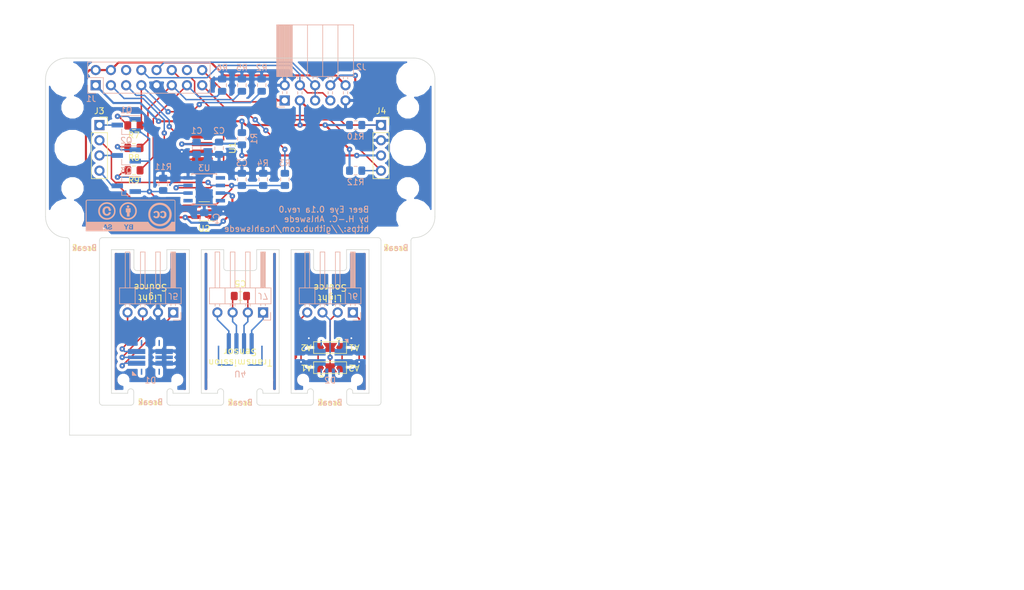
<source format=kicad_pcb>
(kicad_pcb (version 20171130) (host pcbnew 5.0.1)
  (layers (0 F.Cu signal) (31 B.Cu signal) (34 B.Paste user) (35 F.Paste user) (36 B.SilkS user) (37 F.SilkS user) (38 B.Mask user) (39 F.Mask user) (44 Edge.Cuts user))
  (net 0 "")
  (net 1 GND)
  (net 2 +3.3VADC)
  (net 3 +3V3)
  (net 4 +5V)
  (net 5 SDA1)
  (net 6 SCL1)
  (net 7 SDA2)
  (net 8 SCL2)
  (net 9 LED_CURRENT)
  (net 10 "Net-(Q1-Pad2)")
  (net 11 /PLCC4_2)
  (net 12 /PLCC4_3)
  (net 13 /PLCC4_4)
  (net 14 /PLCC4_1)
  (net 15 /PLCC6_ANODE)
  (net 16 LED1)
  (net 17 LED2)
  (net 18 LED3)
  (net 19 "Net-(C5-Pad1)")
  (net 20 "Net-(C5-Pad2)")
  (net 21 "Net-(D1-Pad1)")
  (net 22 "Net-(D1-Pad2)")
  (net 23 "Net-(D1-Pad3)")
  (net 24 "Net-(Q1-Pad1)")
  (net 25 "Net-(Q2-Pad1)")
  (net 26 "Net-(Q3-Pad1)")
  (net 27 TXD)
  (net 28 RXD)
  (net 29 "Net-(C3-Pad2)")
  (net 30 "Net-(J3-Pad1)")
  (net 31 "Net-(J3-Pad2)")
  (net 32 "Net-(J3-Pad3)")
  (net 33 "Net-(J3-Pad4)")
  (net 34 "Net-(J6-Pad3)")
  (net 35 "Net-(J6-Pad2)")
  (net 36 "Net-(J7-Pad4)")
  (net 37 "Net-(J7-Pad1)")
  (module Photometer:Photometer (layer F.Cu) (at 140.75 115 180)
    (fp_text reference A1 hide)
    (fp_text value Photometer)
    (pad "" np_thru_hole circle (at 36.25 -6.75 180) (size 2.7 2.7) (drill 2.7) (layers *.Cu *.Mask) (clearance 0.001))
    (pad "" np_thru_hole circle (at 36.25 6.75 180) (size 2.7 2.7) (drill 2.7) (layers *.Cu *.Mask) (clearance 0.001))
    (pad "" np_thru_hole circle (at -19.75 6.75 180) (size 2.7 2.7) (drill 2.7) (layers *.Cu *.Mask) (clearance 0.001))
    (pad "" np_thru_hole circle (at -19.75 -6.75 180) (size 2.7 2.7) (drill 2.7) (layers *.Cu *.Mask) (clearance 0.001))
    (pad "" np_thru_hole circle (at -19.75 0 180) (size 2.7 2.7) (drill 2.7) (layers *.Mask B.Cu) (clearance 1.65))
    (pad "" np_thru_hole circle (at 36.25 0 180) (size 2.7 2.7) (drill 2.7) (layers *.Mask B.Cu) (clearance 1.65))
  )
  (module LED-PLCC:PLCC4-3528 (layer B.Cu) (at 147.5 150 270)
    (fp_text reference D2 (at 3.85 0 180) (layer B.SilkS) (effects (justify mirror)))
    (fp_text value LED_ABGR)
    (pad ~ smd rect (at -2.4 1.475 270) (size 1 0.25) (layers B.Cu B.Paste B.Mask))
    (pad 2 smd rect (at -0.85 2.25 270) (size 1.1 3) (layers B.Cu B.Paste B.Mask) (net 11 /PLCC4_2))
    (pad 3 smd rect (at 0.85 2.25 270) (size 1.1 3) (layers B.Cu B.Paste B.Mask) (net 12 /PLCC4_3))
    (pad 4 smd rect (at 0.85 -2.25 270) (size 1.1 3) (layers B.Cu B.Paste B.Mask) (net 13 /PLCC4_4))
    (pad 1 smd rect (at -0.85 -2.25 270) (size 1.1 3) (layers B.Cu B.Paste B.Mask) (net 14 /PLCC4_1))
    (pad ~ smd rect (at 2.4 1.475 270) (size 1 0.25) (layers B.Cu B.Paste B.Mask))
    (pad ~ smd rect (at -2.4 -1.475 270) (size 1 0.25) (layers B.Cu B.Paste B.Mask))
    (pad ~ smd rect (at 2.4 -1.475 270) (size 1 0.25) (layers B.Cu B.Paste B.Mask))
  )
  (module LED-PLCC:PLCC6-3528 (layer B.Cu) (at 117.5 150 270)
    (fp_text reference D1 (at 3.85 0 180) (layer B.SilkS) (effects (justify mirror)))
    (fp_text value LED_RGB)
    (pad ~ smd rect (at 2.4 -1.475 270) (size 1 0.25) (layers B.Cu B.Paste B.Mask))
    (pad ~ smd rect (at -2.4 -1.475 270) (size 1 0.25) (layers B.Cu B.Paste B.Mask))
    (pad 6 smd rect (at 0.975 -2.3 270) (size 0.85 2.9) (layers B.Cu B.Paste B.Mask) (net 15 /PLCC6_ANODE))
    (pad 5 smd rect (at 0 -2.3 270) (size 0.6 2.9) (layers B.Cu B.Paste B.Mask) (net 15 /PLCC6_ANODE))
    (pad 4 smd rect (at -0.975 -2.3 270) (size 0.85 2.9) (layers B.Cu B.Paste B.Mask) (net 15 /PLCC6_ANODE))
    (pad 3 smd rect (at -0.975 2.3 270) (size 0.85 2.9) (layers B.Cu B.Paste B.Mask) (net 23 "Net-(D1-Pad3)"))
    (pad 2 smd rect (at 0 2.3 270) (size 0.6 2.9) (layers B.Cu B.Paste B.Mask) (net 22 "Net-(D1-Pad2)"))
    (pad 1 smd rect (at 0.975 2.3 270) (size 0.85 2.9) (layers B.Cu B.Paste B.Mask) (net 21 "Net-(D1-Pad1)"))
    (pad ~ smd rect (at 2.4 1.475 270) (size 1 0.25) (layers B.Cu B.Paste B.Mask))
    (pad ~ smd rect (at -2.4 1.475 270) (size 1 0.25) (layers B.Cu B.Paste B.Mask))
  )
  (module Connector_PinSocket_2.54mm:PinSocket_2x05_P2.54mm_Horizontal (layer B.Cu) (at 139.92 107.08 270)
    (fp_text reference J2 (at -5.58 -12.78) (layer B.SilkS) (effects (justify mirror)))
    (fp_text value Extension)
    (pad 1 thru_hole rect (at 0 0 270) (size 1.7 1.7) (drill 1) (layers *.Cu *.Mask) (net 4 +5V))
    (pad 2 thru_hole oval (at -2.54 0 270) (size 1.7 1.7) (drill 1) (layers *.Cu *.Mask) (net 1 GND))
    (pad 3 thru_hole oval (at 0 -2.54 270) (size 1.7 1.7) (drill 1) (layers *.Cu *.Mask) (net 3 +3V3))
    (pad 4 thru_hole oval (at -2.54 -2.54 270) (size 1.7 1.7) (drill 1) (layers *.Cu *.Mask) (net 27 TXD))
    (pad 5 thru_hole oval (at 0 -5.08 270) (size 1.7 1.7) (drill 1) (layers *.Cu *.Mask) (net 28 RXD))
    (pad 6 thru_hole oval (at -2.54 -5.08 270) (size 1.7 1.7) (drill 1) (layers *.Cu *.Mask) (net 28 RXD))
    (pad 7 thru_hole oval (at 0 -7.62 270) (size 1.7 1.7) (drill 1) (layers *.Cu *.Mask) (net 27 TXD))
    (pad 8 thru_hole oval (at -2.54 -7.62 270) (size 1.7 1.7) (drill 1) (layers *.Cu *.Mask) (net 3 +3V3))
    (pad 9 thru_hole oval (at 0 -10.16 270) (size 1.7 1.7) (drill 1) (layers *.Cu *.Mask) (net 1 GND))
    (pad 10 thru_hole oval (at -2.54 -10.16 270) (size 1.7 1.7) (drill 1) (layers *.Cu *.Mask) (net 4 +5V))
  )
  (module Drill:Drill_0.5mm (layer F.Cu) (at 149.5 155.65)
    (fp_text reference REF** hide)
    (fp_text value Drill_0.5mm hide)
    (pad "" np_thru_hole circle (at 0 0) (size 0.5 0.5) (drill 0.5) (layers *.Cu *.Mask) (clearance 0.5))
  )
  (module Drill:Drill_0.5mm (layer F.Cu) (at 148.5 155.65)
    (fp_text reference REF** hide)
    (fp_text value Drill_0.5mm hide)
    (pad "" np_thru_hole circle (at 0 0) (size 0.5 0.5) (drill 0.5) (layers *.Cu *.Mask) (clearance 0.5))
  )
  (module Drill:Drill_0.5mm (layer F.Cu) (at 147.5 155.65)
    (fp_text reference REF** hide)
    (fp_text value Drill_0.5mm hide)
    (pad "" np_thru_hole circle (at 0 0) (size 0.5 0.5) (drill 0.5) (layers *.Cu *.Mask) (clearance 0.5))
  )
  (module Drill:Drill_0.5mm (layer F.Cu) (at 146.5 155.65)
    (fp_text reference REF** hide)
    (fp_text value Drill_0.5mm hide)
    (pad "" np_thru_hole circle (at 0 0) (size 0.5 0.5) (drill 0.5) (layers *.Cu *.Mask) (clearance 0.5))
  )
  (module Drill:Drill_0.5mm (layer F.Cu) (at 108.5 129.75)
    (fp_text reference REF** hide)
    (fp_text value Drill_0.5mm hide)
    (pad "" np_thru_hole circle (at 0 0) (size 0.5 0.5) (drill 0.5) (layers *.Cu *.Mask) (clearance 0.5))
  )
  (module Drill:Drill_0.5mm (layer F.Cu) (at 107.5 129.75)
    (fp_text reference REF** hide)
    (fp_text value Drill_0.5mm hide)
    (pad "" np_thru_hole circle (at 0 0) (size 0.5 0.5) (drill 0.5) (layers *.Cu *.Mask) (clearance 0.5))
  )
  (module Drill:Drill_0.5mm (layer F.Cu) (at 106.5 129.75)
    (fp_text reference REF** hide)
    (fp_text value Drill_0.5mm hide)
    (pad "" np_thru_hole circle (at 0 0) (size 0.5 0.5) (drill 0.5) (layers *.Cu *.Mask) (clearance 0.5))
  )
  (module Drill:Drill_0.5mm (layer F.Cu) (at 105.5 129.75)
    (fp_text reference REF** hide)
    (fp_text value Drill_0.5mm hide)
    (pad "" np_thru_hole circle (at 0 0) (size 0.5 0.5) (drill 0.5) (layers *.Cu *.Mask) (clearance 0.5))
  )
  (module Drill:Drill_0.5mm (layer F.Cu) (at 160.5 129.75)
    (fp_text reference REF** hide)
    (fp_text value Drill_0.5mm hide)
    (pad "" np_thru_hole circle (at 0 0) (size 0.5 0.5) (drill 0.5) (layers *.Cu *.Mask) (clearance 0.5))
  )
  (module Drill:Drill_0.5mm (layer F.Cu) (at 159.5 129.75)
    (fp_text reference REF** hide)
    (fp_text value Drill_0.5mm hide)
    (pad "" np_thru_hole circle (at 0 0) (size 0.5 0.5) (drill 0.5) (layers *.Cu *.Mask) (clearance 0.5))
  )
  (module Drill:Drill_0.5mm (layer F.Cu) (at 158.5 129.75)
    (fp_text reference REF** hide)
    (fp_text value Drill_0.5mm hide)
    (pad "" np_thru_hole circle (at 0 0) (size 0.5 0.5) (drill 0.5) (layers *.Cu *.Mask) (clearance 0.5))
  )
  (module Drill:Drill_0.5mm (layer F.Cu) (at 157.5 129.75)
    (fp_text reference REF** hide)
    (fp_text value Drill_0.5mm hide)
    (pad "" np_thru_hole circle (at 0 0) (size 0.5 0.5) (drill 0.5) (layers *.Cu *.Mask) (clearance 0.5))
  )
  (module Drill:Drill_0.5mm (layer F.Cu) (at 119.5 155.65)
    (fp_text reference REF** hide)
    (fp_text value Drill_0.5mm hide)
    (pad "" np_thru_hole circle (at 0 0) (size 0.5 0.5) (drill 0.5) (layers *.Cu *.Mask) (clearance 0.5))
  )
  (module Drill:Drill_0.5mm (layer F.Cu) (at 118.5 155.65)
    (fp_text reference REF** hide)
    (fp_text value Drill_0.5mm hide)
    (pad "" np_thru_hole circle (at 0 0) (size 0.5 0.5) (drill 0.5) (layers *.Cu *.Mask) (clearance 0.5))
  )
  (module Drill:Drill_0.5mm (layer F.Cu) (at 117.5 155.65)
    (fp_text reference REF** hide)
    (fp_text value Drill_0.5mm hide)
    (pad "" np_thru_hole circle (at 0 0) (size 0.5 0.5) (drill 0.5) (layers *.Cu *.Mask) (clearance 0.5))
  )
  (module Drill:Drill_0.5mm (layer F.Cu) (at 116.5 155.65)
    (fp_text reference REF** hide)
    (fp_text value Drill_0.5mm hide)
    (pad "" np_thru_hole circle (at 0 0) (size 0.5 0.5) (drill 0.5) (layers *.Cu *.Mask) (clearance 0.5))
  )
  (module Drill:Drill_0.5mm (layer F.Cu) (at 134.5 155.65)
    (fp_text reference REF** hide)
    (fp_text value Drill_0.5mm hide)
    (pad "" np_thru_hole circle (at 0 0) (size 0.5 0.5) (drill 0.5) (layers *.Cu *.Mask) (clearance 0.5))
  )
  (module Drill:Drill_0.5mm (layer F.Cu) (at 133.5 155.65)
    (fp_text reference REF** hide)
    (fp_text value Drill_0.5mm hide)
    (pad "" np_thru_hole circle (at 0 0) (size 0.5 0.5) (drill 0.5) (layers *.Cu *.Mask) (clearance 0.5))
  )
  (module Drill:Drill_0.5mm (layer F.Cu) (at 132.5 155.65)
    (fp_text reference REF** hide)
    (fp_text value Drill_0.5mm hide)
    (pad "" np_thru_hole circle (at 0 0) (size 0.5 0.5) (drill 0.5) (layers *.Cu *.Mask) (clearance 0.5))
  )
  (module Drill:Drill_0.5mm (layer F.Cu) (at 131.5 155.65)
    (fp_text reference REF** hide)
    (fp_text value Drill_0.5mm hide)
    (pad "" np_thru_hole circle (at 0 0) (size 0.5 0.5) (drill 0.5) (layers *.Cu *.Mask) (clearance 0.5))
  )
  (module Drill:Drill_0.5mm (layer F.Cu) (at 145.5 155.65)
    (fp_text reference REF** hide)
    (fp_text value Drill_0.5mm hide)
    (pad "" np_thru_hole circle (at 0 0) (size 0.5 0.5) (drill 0.5) (layers *.Cu *.Mask) (clearance 0.5))
  )
  (module Drill:Drill_0.5mm (layer F.Cu) (at 130.5 155.65)
    (fp_text reference REF** hide)
    (fp_text value Drill_0.5mm hide)
    (pad "" np_thru_hole circle (at 0 0) (size 0.5 0.5) (drill 0.5) (layers *.Cu *.Mask) (clearance 0.5))
  )
  (module Drill:Drill_0.5mm (layer F.Cu) (at 156.5 129.75)
    (fp_text reference REF** hide)
    (fp_text value Drill_0.5mm hide)
    (pad "" np_thru_hole circle (at 0 0) (size 0.5 0.5) (drill 0.5) (layers *.Cu *.Mask) (clearance 0.5))
  )
  (module Drill:Drill_0.5mm (layer F.Cu) (at 104.5 129.75)
    (fp_text reference REF** hide)
    (fp_text value Drill_0.5mm hide)
    (pad "" np_thru_hole circle (at 0 0) (size 0.5 0.5) (drill 0.5) (layers *.Cu *.Mask) (clearance 0.5))
  )
  (module Capacitor_SMD:C_0805_2012Metric_Pad1.15x1.40mm_HandSolder (layer F.Cu) (at 132.525 139.75 180)
    (fp_text reference C5 (at 0 2.1 180 unlocked) (layer F.SilkS))
    (fp_text value 100n)
    (pad 1 smd roundrect (at -1.025 0 180) (size 1.15 1.4) (layers F.Cu F.Paste F.Mask) (roundrect_rratio 0.217391) (net 19 "Net-(C5-Pad1)"))
    (pad 2 smd roundrect (at 1.025 0 180) (size 1.15 1.4) (layers F.Cu F.Paste F.Mask) (roundrect_rratio 0.217391) (net 20 "Net-(C5-Pad2)"))
  )
  (module Capacitor_SMD:C_0805_2012Metric_Pad1.15x1.40mm_HandSolder (layer B.Cu) (at 125.222 115.062 90)
    (fp_text reference C1 (at 2.921 0 180) (layer B.SilkS) (effects (justify mirror)))
    (fp_text value 100n)
    (pad 1 smd roundrect (at -1.025 0 90) (size 1.15 1.4) (layers B.Cu B.Paste B.Mask) (roundrect_rratio 0.217391) (net 1 GND))
    (pad 2 smd roundrect (at 1.025 0 90) (size 1.15 1.4) (layers B.Cu B.Paste B.Mask) (roundrect_rratio 0.217391) (net 2 +3.3VADC))
  )
  (module Capacitor_SMD:C_0805_2012Metric_Pad1.15x1.40mm_HandSolder (layer B.Cu) (at 128.9685 115.062 90)
    (fp_text reference C2 (at 2.921 0 -180) (layer B.SilkS) (effects (justify mirror)))
    (fp_text value 10u)
    (pad 1 smd roundrect (at -1.025 0 90) (size 1.15 1.4) (layers B.Cu B.Paste B.Mask) (roundrect_rratio 0.217391) (net 1 GND))
    (pad 2 smd roundrect (at 1.025 0 90) (size 1.15 1.4) (layers B.Cu B.Paste B.Mask) (roundrect_rratio 0.217391) (net 2 +3.3VADC))
  )
  (module Capacitor_SMD:C_0805_2012Metric_Pad1.15x1.40mm_HandSolder (layer B.Cu) (at 132.7785 120.269 270)
    (fp_text reference C3 (at -2.7305 0) (layer B.SilkS) (effects (justify mirror)))
    (fp_text value 10u)
    (pad 2 smd roundrect (at 1.025 0 270) (size 1.15 1.4) (layers B.Cu B.Paste B.Mask) (roundrect_rratio 0.217391) (net 29 "Net-(C3-Pad2)"))
    (pad 1 smd roundrect (at -1.025 0 270) (size 1.15 1.4) (layers B.Cu B.Paste B.Mask) (roundrect_rratio 0.217391) (net 1 GND))
  )
  (module Capacitor_SMD:C_0805_2012Metric_Pad1.15x1.40mm_HandSolder (layer B.Cu) (at 126.492 126.864 90)
    (fp_text reference C4 (at 0 2.032 90) (layer B.SilkS) (effects (justify mirror)))
    (fp_text value 100n)
    (pad 1 smd roundrect (at -1.025 0 90) (size 1.15 1.4) (layers B.Cu B.Paste B.Mask) (roundrect_rratio 0.217391) (net 4 +5V))
    (pad 2 smd roundrect (at 1.025 0 90) (size 1.15 1.4) (layers B.Cu B.Paste B.Mask) (roundrect_rratio 0.217391) (net 1 GND))
  )
  (module Resistor_SMD:R_0805_2012Metric_Pad1.15x1.40mm_HandSolder (layer B.Cu) (at 132.7785 113.4745 270)
    (fp_text reference R1 (at 0 -2.032 90) (layer B.SilkS) (effects (justify mirror)))
    (fp_text value 15)
    (pad 1 smd roundrect (at -1.025 0 270) (size 1.15 1.4) (layers B.Cu B.Paste B.Mask) (roundrect_rratio 0.217391) (net 3 +3V3))
    (pad 2 smd roundrect (at 1.025 0 270) (size 1.15 1.4) (layers B.Cu B.Paste B.Mask) (roundrect_rratio 0.217391) (net 2 +3.3VADC))
  )
  (module Resistor_SMD:R_0805_2012Metric_Pad1.15x1.40mm_HandSolder (layer B.Cu) (at 139.954 120.269 270)
    (fp_text reference R3 (at -2.7305 0) (layer B.SilkS) (effects (justify mirror)))
    (fp_text value 33k)
    (pad 1 smd roundrect (at -1.025 0 270) (size 1.15 1.4) (layers B.Cu B.Paste B.Mask) (roundrect_rratio 0.217391) (net 9 LED_CURRENT))
    (pad 2 smd roundrect (at 1.025 0 270) (size 1.15 1.4) (layers B.Cu B.Paste B.Mask) (roundrect_rratio 0.217391) (net 29 "Net-(C3-Pad2)"))
  )
  (module Resistor_SMD:R_0805_2012Metric_Pad1.15x1.40mm_HandSolder (layer B.Cu) (at 136.3345 120.269 90)
    (fp_text reference R4 (at 2.7305 -0.0635 180) (layer B.SilkS) (effects (justify mirror)))
    (fp_text value 3.3k)
    (pad 2 smd roundrect (at 1.025 0 90) (size 1.15 1.4) (layers B.Cu B.Paste B.Mask) (roundrect_rratio 0.217391) (net 1 GND))
    (pad 1 smd roundrect (at -1.025 0 90) (size 1.15 1.4) (layers B.Cu B.Paste B.Mask) (roundrect_rratio 0.217391) (net 29 "Net-(C3-Pad2)"))
  )
  (module Resistor_SMD:R_0805_2012Metric_Pad1.15x1.40mm_HandSolder (layer B.Cu) (at 119.634 121.0945 90)
    (fp_text reference R11 (at 2.921 0 180) (layer B.SilkS) (effects (justify mirror)))
    (fp_text value 15)
    (pad 2 smd roundrect (at 1.025 0 90) (size 1.15 1.4) (layers B.Cu B.Paste B.Mask) (roundrect_rratio 0.217391) (net 1 GND))
    (pad 1 smd roundrect (at -1.025 0 90) (size 1.15 1.4) (layers B.Cu B.Paste B.Mask) (roundrect_rratio 0.217391) (net 10 "Net-(Q1-Pad2)"))
  )
  (module MountingHole:MountingHole_2.7mm_M2.5 (layer F.Cu) (at 103.5 103.5)
    (fp_text reference MH1 hide)
    (fp_text value "MountingHole M2.5")
    (pad "" np_thru_hole circle (at 0 0) (size 2.7 2.7) (drill 2.7) (layers *.Cu *.Mask) (clearance 1.6))
  )
  (module MountingHole:MountingHole_2.7mm_M2.5 (layer F.Cu) (at 161.5 103.5)
    (fp_text reference MH2 hide)
    (fp_text value "MountingHole M2.5")
    (pad "" np_thru_hole circle (at 0 0) (size 2.7 2.7) (drill 2.7) (layers *.Cu *.Mask) (clearance 1.6))
  )
  (module MountingHole:MountingHole_2.7mm_M2.5 (layer F.Cu) (at 161.5 126.5)
    (fp_text reference MH3 hide)
    (fp_text value "MountingHole M2.5")
    (pad "" np_thru_hole circle (at 0 0) (size 2.7 2.7) (drill 2.7) (layers *.Cu *.Mask) (clearance 1.6))
  )
  (module MountingHole:MountingHole_2.7mm_M2.5 (layer F.Cu) (at 103.5 126.5)
    (fp_text reference MH4 hide)
    (fp_text value "MountingHole M2.5")
    (pad "" np_thru_hole circle (at 0 0) (size 2.7 2.7) (drill 2.7) (layers *.Cu *.Mask) (clearance 1.6))
  )
  (module Resistor_SMD:R_0805_2012Metric_Pad1.15x1.40mm_HandSolder (layer B.Cu) (at 151.765 111.1885)
    (fp_text reference R10 (at 0 1.905) (layer B.SilkS) (effects (justify mirror)))
    (fp_text value 3.3k)
    (pad 2 smd roundrect (at 1.025 0) (size 1.15 1.4) (layers B.Cu B.Paste B.Mask) (roundrect_rratio 0.217391) (net 5 SDA1))
    (pad 1 smd roundrect (at -1.025 0) (size 1.15 1.4) (layers B.Cu B.Paste B.Mask) (roundrect_rratio 0.217391) (net 3 +3V3))
  )
  (module Resistor_SMD:R_0805_2012Metric_Pad1.15x1.40mm_HandSolder (layer B.Cu) (at 151.765 118.8085)
    (fp_text reference R12 (at 0 1.905) (layer B.SilkS) (effects (justify mirror)))
    (fp_text value 3.3k)
    (pad 1 smd roundrect (at -1.025 0) (size 1.15 1.4) (layers B.Cu B.Paste B.Mask) (roundrect_rratio 0.217391) (net 3 +3V3))
    (pad 2 smd roundrect (at 1.025 0) (size 1.15 1.4) (layers B.Cu B.Paste B.Mask) (roundrect_rratio 0.217391) (net 6 SCL1))
  )
  (module Connector_PinSocket_2.54mm:PinSocket_2x08_P2.54mm_Vertical (layer B.Cu) (at 108.37 104.54 270)
    (fp_text reference J1 (at 2.26 0.77) (layer B.SilkS) (effects (justify mirror)))
    (fp_text value RaspberryPi)
    (pad 1 thru_hole rect (at 0 0 270) (size 1.7 1.7) (drill 1) (layers *.Cu *.Mask) (net 3 +3V3))
    (pad 2 thru_hole oval (at -2.54 0 270) (size 1.7 1.7) (drill 1) (layers *.Cu *.Mask) (net 4 +5V))
    (pad 3 thru_hole oval (at 0 -2.54 270) (size 1.7 1.7) (drill 1) (layers *.Cu *.Mask) (net 7 SDA2))
    (pad 4 thru_hole oval (at -2.54 -2.54 270) (size 1.7 1.7) (drill 1) (layers *.Cu *.Mask) (net 4 +5V))
    (pad 5 thru_hole oval (at 0 -5.08 270) (size 1.7 1.7) (drill 1) (layers *.Cu *.Mask) (net 8 SCL2))
    (pad 6 thru_hole oval (at -2.54 -5.08 270) (size 1.7 1.7) (drill 1) (layers *.Cu *.Mask))
    (pad 7 thru_hole oval (at 0 -7.62 270) (size 1.7 1.7) (drill 1) (layers *.Cu *.Mask) (net 16 LED1))
    (pad 8 thru_hole oval (at -2.54 -7.62 270) (size 1.7 1.7) (drill 1) (layers *.Cu *.Mask) (net 27 TXD))
    (pad 9 thru_hole oval (at 0 -10.16 270) (size 1.7 1.7) (drill 1) (layers *.Cu *.Mask) (net 1 GND))
    (pad 10 thru_hole oval (at -2.54 -10.16 270) (size 1.7 1.7) (drill 1) (layers *.Cu *.Mask) (net 28 RXD))
    (pad 11 thru_hole oval (at 0 -12.7 270) (size 1.7 1.7) (drill 1) (layers *.Cu *.Mask) (net 17 LED2))
    (pad 12 thru_hole oval (at -2.54 -12.7 270) (size 1.7 1.7) (drill 1) (layers *.Cu *.Mask) (net 9 LED_CURRENT))
    (pad 13 thru_hole oval (at 0 -15.24 270) (size 1.7 1.7) (drill 1) (layers *.Cu *.Mask) (net 18 LED3))
    (pad 14 thru_hole oval (at -2.54 -15.24 270) (size 1.7 1.7) (drill 1) (layers *.Cu *.Mask))
    (pad 15 thru_hole oval (at 0 -17.78 270) (size 1.7 1.7) (drill 1) (layers *.Cu *.Mask) (net 6 SCL1))
    (pad 16 thru_hole oval (at -2.54 -17.78 270) (size 1.7 1.7) (drill 1) (layers *.Cu *.Mask) (net 5 SDA1))
  )
  (module VEML:VEML7700_HandSoldering (layer B.Cu) (at 132.5 150 180)
    (fp_text reference U4 (at 0 -2.75 180 unlocked) (layer B.SilkS) (effects (justify mirror)))
    (fp_text value VEML7700)
    (pad ~ smd rect (at 2.5 -1.275 180) (size 2.5 0.25) (layers B.Cu B.Paste B.Mask))
    (pad ~ smd rect (at -2.5 -1.275 180) (size 2.5 0.25) (layers B.Cu B.Paste B.Mask))
    (pad ~ smd rect (at 3.625 0.45 180) (size 0.25 3.35) (drill (offset 0 -0.175)) (layers B.Cu B.Paste B.Mask))
    (pad ~ smd rect (at -3.625 0.45 180) (size 0.25 3.35) (drill (offset 0 -0.175)) (layers B.Cu B.Paste B.Mask))
    (pad 1 smd roundrect (at 1.905 1.95 180) (size 0.7 3.5) (drill (offset 0 0.35)) (layers B.Cu B.Paste B.Mask) (net 36 "Net-(J7-Pad4)"))
    (pad 2 smd roundrect (at 0.635 1.95 180) (size 0.7 3.5) (drill (offset 0 0.35)) (layers B.Cu B.Paste B.Mask) (net 20 "Net-(C5-Pad2)"))
    (pad 4 smd roundrect (at -1.905 1.95 180) (size 0.7 3.5) (drill (offset 0 0.35)) (layers B.Cu B.Paste B.Mask) (net 37 "Net-(J7-Pad1)"))
    (pad 3 smd roundrect (at -0.635 1.95 180) (size 0.7 3.5) (drill (offset 0 0.35)) (layers B.Cu B.Paste B.Mask) (net 19 "Net-(C5-Pad1)"))
  )
  (module VEML:VEML7700_HandSoldering (layer F.Cu) (at 128.45 115 90)
    (fp_text reference U1 (at 0 2.75 90) (layer F.SilkS))
    (fp_text value VEML7700)
    (pad ~ smd rect (at 2.5 1.275 90) (size 2.5 0.25) (layers F.Cu F.Paste F.Mask))
    (pad ~ smd rect (at -2.5 1.275 90) (size 2.5 0.25) (layers F.Cu F.Paste F.Mask))
    (pad ~ smd rect (at 3.625 -0.45 90) (size 0.25 3.35) (drill (offset 0 0.175)) (layers F.Cu F.Paste F.Mask))
    (pad ~ smd rect (at -3.625 -0.45 90) (size 0.25 3.35) (drill (offset 0 0.175)) (layers F.Cu F.Paste F.Mask))
    (pad 1 smd roundrect (at 1.905 -1.95 90) (size 0.7 3.5) (drill (offset 0 -0.35)) (layers F.Cu F.Paste F.Mask) (net 8 SCL2))
    (pad 2 smd roundrect (at 0.635 -1.95 90) (size 0.7 3.5) (drill (offset 0 -0.35)) (layers F.Cu F.Paste F.Mask) (net 2 +3.3VADC))
    (pad 4 smd roundrect (at -1.905 -1.95 90) (size 0.7 3.5) (drill (offset 0 -0.35)) (layers F.Cu F.Paste F.Mask) (net 7 SDA2))
    (pad 3 smd roundrect (at -0.635 -1.95 90) (size 0.7 3.5) (drill (offset 0 -0.35)) (layers F.Cu F.Paste F.Mask) (net 1 GND))
  )
  (module Jumper:SolderJumper-3_P2.0mm_Open_TrianglePad1.0x1.5mm (layer F.Cu) (at 147.5 148.35 180)
    (fp_text reference JP1 hide)
    (fp_text value CA2)
    (pad 1 smd custom (at -2 0 180) (size 0.3 0.3) (layers F.Cu F.Mask) (net 14 /PLCC4_1) (options (clearance outline) (anchor rect)) (primitives (gr_poly (pts (xy -0.5 -0.75) (xy 0.5 -0.75) (xy 1 0) (xy 0.5 0.75) (xy -0.5 0.75)) (width 0))))
    (pad 2 smd custom (at 0 0 180) (size 0.3 0.3) (layers F.Cu) (net 35 "Net-(J6-Pad2)") (options (clearance outline) (anchor rect)) (primitives (gr_poly (pts (xy -1.2 -0.75) (xy 1.2 -0.75) (xy 0.7 0) (xy 1.2 0.75) (xy -1.2 0.75) (xy -0.7 0)) (width 0))))
    (pad 3 smd custom (at 2 0) (size 0.3 0.3) (layers F.Cu F.Mask) (net 11 /PLCC4_2) (options (clearance outline) (anchor rect)) (primitives (gr_poly (pts (xy -0.5 -0.75) (xy 0.5 -0.75) (xy 1 0) (xy 0.5 0.75) (xy -0.5 0.75)) (width 0))))
  )
  (module Jumper:SolderJumper-3_P2.0mm_Open_TrianglePad1.0x1.5mm (layer F.Cu) (at 147.5 151.75)
    (fp_text reference JP2 hide)
    (fp_text value CA1)
    (pad 3 smd custom (at 2 0 180) (size 0.3 0.3) (layers F.Cu F.Mask) (net 14 /PLCC4_1) (options (clearance outline) (anchor rect)) (primitives (gr_poly (pts (xy -0.5 -0.75) (xy 0.5 -0.75) (xy 1 0) (xy 0.5 0.75) (xy -0.5 0.75)) (width 0))))
    (pad 2 smd custom (at 0 0) (size 0.3 0.3) (layers F.Cu) (net 34 "Net-(J6-Pad3)") (options (clearance outline) (anchor rect)) (primitives (gr_poly (pts (xy -1.2 -0.75) (xy 1.2 -0.75) (xy 0.7 0) (xy 1.2 0.75) (xy -1.2 0.75) (xy -0.7 0)) (width 0))))
    (pad 1 smd custom (at -2 0) (size 0.3 0.3) (layers F.Cu F.Mask) (net 11 /PLCC4_2) (options (clearance outline) (anchor rect)) (primitives (gr_poly (pts (xy -0.5 -0.75) (xy 0.5 -0.75) (xy 1 0) (xy 0.5 0.75) (xy -0.5 0.75)) (width 0))))
  )
  (module Connector_PinSocket_2.54mm:PinSocket_1x04_P2.54mm_Vertical (layer F.Cu) (at 109 111.19)
    (fp_text reference J3 (at -0.034 -2.351) (layer F.SilkS))
    (fp_text value RGB_LED)
    (pad 1 thru_hole rect (at 0 0) (size 1.7 1.7) (drill 1) (layers *.Cu *.Mask) (net 30 "Net-(J3-Pad1)"))
    (pad 2 thru_hole oval (at 0 2.54) (size 1.7 1.7) (drill 1) (layers *.Cu *.Mask) (net 31 "Net-(J3-Pad2)"))
    (pad 3 thru_hole oval (at 0 5.08) (size 1.7 1.7) (drill 1) (layers *.Cu *.Mask) (net 32 "Net-(J3-Pad3)"))
    (pad 4 thru_hole oval (at 0 7.62) (size 1.7 1.7) (drill 1) (layers *.Cu *.Mask) (net 33 "Net-(J3-Pad4)"))
  )
  (module Connector_PinHeader_2.54mm:PinHeader_1x04_P2.54mm_Horizontal (layer B.Cu) (at 136.31 142.5 90)
    (fp_text reference J7 (at 2.75 -0.01 180 unlocked) (layer B.SilkS) (effects (justify mirror)))
    (fp_text value TransSensor)
    (pad 4 thru_hole oval (at 0 -7.62 90) (size 1.7 1.7) (drill 1) (layers *.Cu *.Mask) (net 36 "Net-(J7-Pad4)"))
    (pad 3 thru_hole oval (at 0 -5.08 90) (size 1.7 1.7) (drill 1) (layers *.Cu *.Mask) (net 20 "Net-(C5-Pad2)"))
    (pad 2 thru_hole oval (at 0 -2.54 90) (size 1.7 1.7) (drill 1) (layers *.Cu *.Mask) (net 19 "Net-(C5-Pad1)"))
    (pad 1 thru_hole rect (at 0 0 90) (size 1.7 1.7) (drill 1) (layers *.Cu *.Mask) (net 37 "Net-(J7-Pad1)"))
  )
  (module Connector_PinSocket_2.54mm:PinSocket_1x04_P2.54mm_Vertical (layer F.Cu) (at 156 111.19)
    (fp_text reference J4 (at 0.0195 -2.351) (layer F.SilkS))
    (fp_text value TransSensor)
    (pad 1 thru_hole rect (at 0 0) (size 1.7 1.7) (drill 1) (layers *.Cu *.Mask) (net 5 SDA1))
    (pad 2 thru_hole oval (at 0 2.54) (size 1.7 1.7) (drill 1) (layers *.Cu *.Mask) (net 1 GND))
    (pad 3 thru_hole oval (at 0 5.08) (size 1.7 1.7) (drill 1) (layers *.Cu *.Mask) (net 2 +3.3VADC))
    (pad 4 thru_hole oval (at 0 7.62) (size 1.7 1.7) (drill 1) (layers *.Cu *.Mask) (net 6 SCL1))
  )
  (module Connector_PinHeader_2.54mm:PinHeader_1x04_P2.54mm_Horizontal (layer B.Cu) (at 151.31 142.5 90)
    (fp_text reference J6 (at 2.75 -0.01 180 unlocked) (layer B.SilkS) (effects (justify mirror)))
    (fp_text value RGB_LED)
    (pad 4 thru_hole oval (at 0 -7.62 90) (size 1.7 1.7) (drill 1) (layers *.Cu *.Mask) (net 12 /PLCC4_3))
    (pad 3 thru_hole oval (at 0 -5.08 90) (size 1.7 1.7) (drill 1) (layers *.Cu *.Mask) (net 34 "Net-(J6-Pad3)"))
    (pad 2 thru_hole oval (at 0 -2.54 90) (size 1.7 1.7) (drill 1) (layers *.Cu *.Mask) (net 35 "Net-(J6-Pad2)"))
    (pad 1 thru_hole rect (at 0 0 90) (size 1.7 1.7) (drill 1) (layers *.Cu *.Mask) (net 13 /PLCC4_4))
  )
  (module Connector_PinHeader_2.54mm:PinHeader_1x04_P2.54mm_Horizontal (layer B.Cu) (at 121.31 142.5 90)
    (fp_text reference J5 (at 2.75 -0.01 180 unlocked) (layer B.SilkS) (effects (justify mirror)))
    (fp_text value RGB_LED)
    (pad 1 thru_hole rect (at 0 0 90) (size 1.7 1.7) (drill 1) (layers *.Cu *.Mask) (net 21 "Net-(D1-Pad1)"))
    (pad 2 thru_hole oval (at 0 -2.54 90) (size 1.7 1.7) (drill 1) (layers *.Cu *.Mask) (net 15 /PLCC6_ANODE))
    (pad 3 thru_hole oval (at 0 -5.08 90) (size 1.7 1.7) (drill 1) (layers *.Cu *.Mask) (net 22 "Net-(D1-Pad2)"))
    (pad 4 thru_hole oval (at 0 -7.62 90) (size 1.7 1.7) (drill 1) (layers *.Cu *.Mask) (net 23 "Net-(D1-Pad3)"))
  )
  (module Drill:Drill_1.0mm (layer F.Cu) (at 128 153.75)
    (fp_text reference H3 hide)
    (fp_text value RecoveryHole hide)
    (pad "" np_thru_hole circle (at 0 0) (size 1 1) (drill 1) (layers *.Cu *.Mask) (clearance 0.25))
  )
  (module Drill:Drill_1.0mm (layer F.Cu) (at 137 153.75)
    (fp_text reference H4 hide)
    (fp_text value RecoveryHole hide)
    (pad "" np_thru_hole circle (at 0 0) (size 1 1) (drill 1) (layers *.Cu *.Mask) (clearance 0.25))
  )
  (module Drill:Drill_1.0mm (layer F.Cu) (at 113 153.75)
    (fp_text reference H1 hide)
    (fp_text value RecoveryHole hide)
    (pad "" np_thru_hole circle (at 0 0) (size 1 1) (drill 1) (layers *.Cu *.Mask) (clearance 0.25))
  )
  (module Drill:Drill_1.0mm (layer F.Cu) (at 122 153.75)
    (fp_text reference H2 hide)
    (fp_text value RecoveryHole hide)
    (pad "" np_thru_hole circle (at 0 0) (size 1 1) (drill 1) (layers *.Cu *.Mask) (clearance 0.25))
  )
  (module Drill:Drill_1.0mm (layer F.Cu) (at 143 153.75)
    (fp_text reference H5 hide)
    (fp_text value RecoveryHole hide)
    (pad "" np_thru_hole circle (at 0 0) (size 1 1) (drill 1) (layers *.Cu *.Mask) (clearance 0.25))
  )
  (module Drill:Drill_1.0mm (layer F.Cu) (at 152 153.75)
    (fp_text reference H6 hide)
    (fp_text value RecoveryHole hide)
    (pad "" np_thru_hole circle (at 0 0) (size 1 1) (drill 1) (layers *.Cu *.Mask) (clearance 0.25))
  )
  (module Package_TO_SOT_SMD:SOT-23_Handsoldering (layer B.Cu) (at 113.4745 111.1885 180)
    (fp_text reference Q1 (at 0 2.5 180) (layer B.SilkS) (effects (justify mirror)))
    (fp_text value IRLML2502)
    (pad 1 smd rect (at -1.5 0.95 180) (size 1.9 0.8) (layers B.Cu B.Paste B.Mask) (net 24 "Net-(Q1-Pad1)"))
    (pad 2 smd rect (at -1.5 -0.95 180) (size 1.9 0.8) (layers B.Cu B.Paste B.Mask) (net 10 "Net-(Q1-Pad2)"))
    (pad 3 smd rect (at 1.5 0 180) (size 1.9 0.8) (layers B.Cu B.Paste B.Mask) (net 30 "Net-(J3-Pad1)"))
  )
  (module Package_TO_SOT_SMD:SOT-23_Handsoldering (layer B.Cu) (at 113.4745 116.2685 180)
    (fp_text reference Q2 (at 0 2.5 180) (layer B.SilkS) (effects (justify mirror)))
    (fp_text value IRLML2502)
    (pad 3 smd rect (at 1.5 0 180) (size 1.9 0.8) (layers B.Cu B.Paste B.Mask) (net 32 "Net-(J3-Pad3)"))
    (pad 2 smd rect (at -1.5 -0.95 180) (size 1.9 0.8) (layers B.Cu B.Paste B.Mask) (net 10 "Net-(Q1-Pad2)"))
    (pad 1 smd rect (at -1.5 0.95 180) (size 1.9 0.8) (layers B.Cu B.Paste B.Mask) (net 25 "Net-(Q2-Pad1)"))
  )
  (module Package_TO_SOT_SMD:SOT-23_Handsoldering (layer B.Cu) (at 113.4745 121.3485 180)
    (fp_text reference Q3 (at 0 2.5 180) (layer B.SilkS) (effects (justify mirror)))
    (fp_text value IRLML2502)
    (pad 1 smd rect (at -1.5 0.95 180) (size 1.9 0.8) (layers B.Cu B.Paste B.Mask) (net 26 "Net-(Q3-Pad1)"))
    (pad 2 smd rect (at -1.5 -0.95 180) (size 1.9 0.8) (layers B.Cu B.Paste B.Mask) (net 10 "Net-(Q1-Pad2)"))
    (pad 3 smd rect (at 1.5 0 180) (size 1.9 0.8) (layers B.Cu B.Paste B.Mask) (net 33 "Net-(J3-Pad4)"))
  )
  (module Package_SO:SOIC-8_3.9x4.9mm_P1.27mm (layer B.Cu) (at 126.492 121.92)
    (fp_text reference U3 (at 0 -3.556) (layer B.SilkS) (effects (justify mirror)))
    (fp_text value OPA340UA)
    (pad 1 smd rect (at -2.7 1.905) (size 1.55 0.6) (layers B.Cu B.Paste B.Mask))
    (pad 2 smd rect (at -2.7 0.635) (size 1.55 0.6) (layers B.Cu B.Paste B.Mask) (net 10 "Net-(Q1-Pad2)"))
    (pad 3 smd rect (at -2.7 -0.635) (size 1.55 0.6) (layers B.Cu B.Paste B.Mask) (net 29 "Net-(C3-Pad2)"))
    (pad 4 smd rect (at -2.7 -1.905) (size 1.55 0.6) (layers B.Cu B.Paste B.Mask) (net 1 GND))
    (pad 5 smd rect (at 2.7 -1.905) (size 1.55 0.6) (layers B.Cu B.Paste B.Mask))
    (pad 6 smd rect (at 2.7 -0.635) (size 1.55 0.6) (layers B.Cu B.Paste B.Mask) (net 31 "Net-(J3-Pad2)"))
    (pad 7 smd rect (at 2.7 0.635) (size 1.55 0.6) (layers B.Cu B.Paste B.Mask) (net 4 +5V))
    (pad 8 smd rect (at 2.7 1.905) (size 1.55 0.6) (layers B.Cu B.Paste B.Mask))
  )
  (module Resistor_SMD:R_0805_2012Metric_Pad1.15x1.40mm_HandSolder (layer B.Cu) (at 136.0805 104.521 90)
    (fp_text reference R2 (at 2.921 0 180) (layer B.SilkS) (effects (justify mirror)))
    (fp_text value 33k)
    (pad 1 smd roundrect (at -1.025 0 90) (size 1.15 1.4) (layers B.Cu B.Paste B.Mask) (roundrect_rratio 0.217391) (net 16 LED1))
    (pad 2 smd roundrect (at 1.025 0 90) (size 1.15 1.4) (layers B.Cu B.Paste B.Mask) (roundrect_rratio 0.217391) (net 1 GND))
  )
  (module Resistor_SMD:R_0805_2012Metric_Pad1.15x1.40mm_HandSolder (layer B.Cu) (at 132.7785 104.521 90)
    (fp_text reference R5 (at 2.921 0 180) (layer B.SilkS) (effects (justify mirror)))
    (fp_text value 33k)
    (pad 2 smd roundrect (at 1.025 0 90) (size 1.15 1.4) (layers B.Cu B.Paste B.Mask) (roundrect_rratio 0.217391) (net 1 GND))
    (pad 1 smd roundrect (at -1.025 0 90) (size 1.15 1.4) (layers B.Cu B.Paste B.Mask) (roundrect_rratio 0.217391) (net 17 LED2))
  )
  (module Resistor_SMD:R_0805_2012Metric_Pad1.15x1.40mm_HandSolder (layer B.Cu) (at 129.4765 104.521 90)
    (fp_text reference R6 (at 2.921 0 180) (layer B.SilkS) (effects (justify mirror)))
    (fp_text value 33k)
    (pad 2 smd roundrect (at 1.025 0 90) (size 1.15 1.4) (layers B.Cu B.Paste B.Mask) (roundrect_rratio 0.217391) (net 1 GND))
    (pad 1 smd roundrect (at -1.025 0 90) (size 1.15 1.4) (layers B.Cu B.Paste B.Mask) (roundrect_rratio 0.217391) (net 18 LED3))
  )
  (module Drill:Drill_0.5mm (layer F.Cu) (at 115.5 155.65)
    (fp_text reference REF** hide)
    (fp_text value Drill_0.5mm hide)
    (pad "" np_thru_hole circle (at 0 0) (size 0.5 0.5) (drill 0.5) (layers *.Cu *.Mask) (clearance 0.5))
  )
  (module Resistor_SMD:R_0805_2012Metric_Pad1.15x1.40mm_HandSolder (layer F.Cu) (at 114.75 111.25 180)
    (fp_text reference R7 (at 0 -1.65 180) (layer F.SilkS))
    (fp_text value 33k)
    (pad 2 smd roundrect (at 1.025 0 180) (size 1.15 1.4) (layers F.Cu F.Paste F.Mask) (roundrect_rratio 0.217391) (net 24 "Net-(Q1-Pad1)"))
    (pad 1 smd roundrect (at -1.025 0 180) (size 1.15 1.4) (layers F.Cu F.Paste F.Mask) (roundrect_rratio 0.217391) (net 16 LED1))
  )
  (module Resistor_SMD:R_0805_2012Metric_Pad1.15x1.40mm_HandSolder (layer F.Cu) (at 114.75 115 180)
    (fp_text reference R8 (at 0 -1.65 180) (layer F.SilkS))
    (fp_text value 33k)
    (pad 1 smd roundrect (at -1.025 0 180) (size 1.15 1.4) (layers F.Cu F.Paste F.Mask) (roundrect_rratio 0.217391) (net 17 LED2))
    (pad 2 smd roundrect (at 1.025 0 180) (size 1.15 1.4) (layers F.Cu F.Paste F.Mask) (roundrect_rratio 0.217391) (net 25 "Net-(Q2-Pad1)"))
  )
  (module Resistor_SMD:R_0805_2012Metric_Pad1.15x1.40mm_HandSolder (layer F.Cu) (at 114.75 118.75 180)
    (fp_text reference R9 (at 0 -1.65 180) (layer F.SilkS))
    (fp_text value 33k)
    (pad 1 smd roundrect (at -1.025 0 180) (size 1.15 1.4) (layers F.Cu F.Paste F.Mask) (roundrect_rratio 0.217391) (net 18 LED3))
    (pad 2 smd roundrect (at 1.025 0 180) (size 1.15 1.4) (layers F.Cu F.Paste F.Mask) (roundrect_rratio 0.217391) (net 26 "Net-(Q3-Pad1)"))
  )
  (module Symbols:CC-BY-SA (layer B.Cu) (at 114.2 126.3 180)
    (fp_text reference G*** hide)
    (fp_text value LOGO hide)
  )
  (module Package_TO_SOT_SMD:SOT-23-5_HandSoldering (layer F.Cu) (at 126.492 125.603 180)
    (fp_text reference U2 (at 0 -2.9 180) (layer F.SilkS))
    (fp_text value OPA340NA)
    (pad 1 smd rect (at -1.35 -0.95 180) (size 1.56 0.65) (layers F.Cu F.Paste F.Mask) (net 31 "Net-(J3-Pad2)"))
    (pad 2 smd rect (at -1.35 0 180) (size 1.56 0.65) (layers F.Cu F.Paste F.Mask) (net 1 GND))
    (pad 3 smd rect (at -1.35 0.95 180) (size 1.56 0.65) (layers F.Cu F.Paste F.Mask) (net 29 "Net-(C3-Pad2)"))
    (pad 4 smd rect (at 1.35 0.95 180) (size 1.56 0.65) (layers F.Cu F.Paste F.Mask) (net 10 "Net-(Q1-Pad2)"))
    (pad 5 smd rect (at 1.35 -0.95 180) (size 1.56 0.65) (layers F.Cu F.Paste F.Mask) (net 4 +5V))
  )
  (gr_line (start 144 132) (end 144.75 132) (layer Edge.Cuts) (width 0.1))
  (gr_line (start 150.25 132) (end 151 132) (layer Edge.Cuts) (width 0.1))
  (gr_line (start 145.25 135.5) (end 149.75 135.5) (layer Edge.Cuts) (width 0.1))
  (gr_line (start 130.25 135.5) (end 134.75 135.5) (layer Edge.Cuts) (width 0.1))
  (gr_line (start 129 132) (end 129.75 132) (layer Edge.Cuts) (width 0.1))
  (gr_line (start 136 132) (end 135.25 132) (layer Edge.Cuts) (width 0.1))
  (gr_line (start 119.75 135.5) (end 115.25 135.5) (layer Edge.Cuts) (width 0.1))
  (gr_line (start 120.25 132) (end 121 132) (layer Edge.Cuts) (width 0.1))
  (gr_line (start 114 132) (end 114.75 132) (layer Edge.Cuts) (width 0.1))
  (gr_text "Beer Eye 0.1a rev.0\nby H.-C. Ahlswede\nhttps://github.com/hcahlswede" (at 154.1 126.9) (layer B.SilkS) (effects (font (size 1 1)) (justify left mirror)))
  (gr_text "Light\nSource" (at 117.5 139.2 180) (layer F.SilkS) (effects (font (size 1.1 1.1) (thickness 0.16))))
  (gr_text "Light\nSource" (at 147.5 139.25 180) (layer F.SilkS) (effects (font (size 1.1 1.1) (thickness 0.16))))
  (gr_text "Transmission\nSensor" (at 132.5 150 180) (layer F.SilkS) (effects (font (size 1.1 1.1) (thickness 0.16))))
  (gr_text Break (at 106.5 131.7) (layer B.SilkS) (effects (font (size 1 1)) (justify mirror)))
  (gr_text Break (at 106.5 131.7) (layer F.SilkS) (effects (font (size 1 1))))
  (gr_text Break (at 158.5 131.7) (layer F.SilkS) (effects (font (size 1 1))))
  (gr_text Break (at 158.5 131.7) (layer B.SilkS) (effects (font (size 1 1)) (justify mirror)))
  (gr_line (start 161 163) (end 161 130.5) (layer Edge.Cuts) (width 0.1))
  (gr_line (start 104 130.5) (end 104 163) (layer Edge.Cuts) (width 0.1))
  (gr_line (start 104 163) (end 161 163) (layer Edge.Cuts) (width 0.1))
  (gr_arc (start 161.5 130.5) (end 161 130.5) (angle 90) (layer Edge.Cuts) (width 0.1))
  (gr_arc (start 103.5 130.5) (end 103.5 130) (angle 90) (layer Edge.Cuts) (width 0.1))
  (gr_line (start 100 103.5) (end 100 126.5) (layer Edge.Cuts) (width 0.1))
  (gr_line (start 161.5 100) (end 103.5 100) (layer Edge.Cuts) (width 0.1))
  (gr_line (start 165 126.5) (end 165 103.5) (layer Edge.Cuts) (width 0.1))
  (gr_arc (start 103.5 103.5) (end 103.5 100) (angle -90) (layer Edge.Cuts) (width 0.1))
  (gr_arc (start 103.5 126.5) (end 100 126.5) (angle -90) (layer Edge.Cuts) (width 0.1))
  (gr_arc (start 161.5 103.5) (end 165 103.5) (angle -90) (layer Edge.Cuts) (width 0.1))
  (gr_arc (start 161.5 126.5) (end 161.5 130) (angle -90) (layer Edge.Cuts) (width 0.1))
  (gr_line (start 156 130.5) (end 156 157.5) (layer Edge.Cuts) (width 0.1))
  (gr_line (start 109.5 130) (end 155.5 130) (layer Edge.Cuts) (width 0.1))
  (gr_line (start 155.5 158) (end 150.775 158) (layer Edge.Cuts) (width 0.1))
  (gr_arc (start 155.5 157.5) (end 156 157.5) (angle 90) (layer Edge.Cuts) (width 0.1))
  (gr_line (start 109 130.5) (end 109 157.5) (layer Edge.Cuts) (width 0.1))
  (gr_line (start 109.5 158) (end 114.225 158) (layer Edge.Cuts) (width 0.1))
  (gr_arc (start 109.5 157.5) (end 109 157.5) (angle -90) (layer Edge.Cuts) (width 0.1))
  (gr_line (start 144.725 157.5) (end 144.725 155.75) (layer Edge.Cuts) (width 0.1))
  (gr_line (start 150.275 157.5) (end 150.275 155.75) (layer Edge.Cuts) (width 0.1))
  (gr_line (start 114.725 157.5) (end 114.725 155.75) (layer Edge.Cuts) (width 0.1))
  (gr_line (start 120.275 157.5) (end 120.275 155.75) (layer Edge.Cuts) (width 0.1))
  (gr_line (start 129.225 158) (end 120.775 158) (layer Edge.Cuts) (width 0.1))
  (gr_line (start 129.725 157.5) (end 129.725 155.75) (layer Edge.Cuts) (width 0.1))
  (gr_line (start 135.275 155.75) (end 135.275 157.5) (layer Edge.Cuts) (width 0.1))
  (gr_line (start 144.225 158) (end 135.775 158) (layer Edge.Cuts) (width 0.1))
  (gr_line (start 111 132) (end 111 156) (layer Edge.Cuts) (width 0.1))
  (gr_line (start 114.75 135) (end 114.75 132) (layer Edge.Cuts) (width 0.1))
  (gr_line (start 120.25 132) (end 120.25 135) (layer Edge.Cuts) (width 0.1))
  (gr_line (start 124 156) (end 124 132) (layer Edge.Cuts) (width 0.1))
  (gr_line (start 126 132) (end 126 156) (layer Edge.Cuts) (width 0.1))
  (gr_line (start 129.75 135) (end 129.75 132) (layer Edge.Cuts) (width 0.1))
  (gr_line (start 135.25 132) (end 135.25 135) (layer Edge.Cuts) (width 0.1))
  (gr_line (start 139 156) (end 139 132) (layer Edge.Cuts) (width 0.1))
  (gr_line (start 141 132) (end 141 156) (layer Edge.Cuts) (width 0.1))
  (gr_line (start 144.75 135) (end 144.75 132) (layer Edge.Cuts) (width 0.1))
  (gr_line (start 150.25 135) (end 150.25 132) (layer Edge.Cuts) (width 0.1))
  (gr_line (start 154 156) (end 154 132) (layer Edge.Cuts) (width 0.1))
  (gr_text A1 (at 143.5 151.75 180) (layer F.SilkS) (effects (font (size 1 1))))
  (gr_text A2 (at 151.5 151.75 180) (layer F.SilkS) (effects (font (size 1 1))))
  (gr_text A1 (at 151.5 148.35 180) (layer F.SilkS) (effects (font (size 1 1))))
  (gr_text A2 (at 143.5 148.35 180) (layer F.SilkS) (effects (font (size 1 1))))
  (gr_text Break (at 117.525 157.475) (layer B.SilkS) (effects (font (size 1 1)) (justify mirror)))
  (gr_text Break (at 147.475 157.55) (layer B.SilkS) (effects (font (size 1 1)) (justify mirror)))
  (gr_text Break (at 132.5 157.55) (layer B.SilkS) (effects (font (size 1 1)) (justify mirror)))
  (gr_text Break (at 117.5 157.475) (layer F.SilkS) (effects (font (size 1 1))))
  (gr_text Break (at 132.5 157.55) (layer F.SilkS) (effects (font (size 1 1))))
  (gr_text Break (at 147.5 157.55) (layer F.SilkS) (effects (font (size 1 1))))
  (gr_arc (start 109.5 130.5) (end 109 130.5) (angle 90) (layer Edge.Cuts) (width 0.1))
  (gr_arc (start 155.5 130.5) (end 156 130.5) (angle -90) (layer Edge.Cuts) (width 0.1))
  (gr_arc (start 114.225 157.5) (end 114.225 158) (angle -90) (layer Edge.Cuts) (width 0.1))
  (gr_arc (start 150.775 157.5) (end 150.275 157.5) (angle -90) (layer Edge.Cuts) (width 0.1))
  (gr_arc (start 144.225 157.5) (end 144.225 158) (angle -90) (layer Edge.Cuts) (width 0.1))
  (gr_arc (start 120.775 157.5) (end 120.275 157.5) (angle -90) (layer Edge.Cuts) (width 0.1))
  (gr_arc (start 135.775 157.5) (end 135.275 157.5) (angle -90) (layer Edge.Cuts) (width 0.1))
  (gr_arc (start 129.225 157.5) (end 129.225 158) (angle -90) (layer Edge.Cuts) (width 0.1))
  (gr_arc (start 134.75 135) (end 134.75 135.5) (angle -90) (layer Edge.Cuts) (width 0.1))
  (gr_arc (start 130.25 135) (end 129.75 135) (angle -90) (layer Edge.Cuts) (width 0.1))
  (gr_arc (start 149.75 135) (end 149.75 135.5) (angle -90) (layer Edge.Cuts) (width 0.1))
  (gr_arc (start 145.25 135) (end 144.75 135) (angle -90) (layer Edge.Cuts) (width 0.1))
  (gr_arc (start 115.25 135) (end 114.75 135) (angle -90) (layer Edge.Cuts) (width 0.1))
  (gr_arc (start 119.75 135) (end 119.75 135.5) (angle -90) (layer Edge.Cuts) (width 0.1))
  (gr_line (start 141 156) (end 143.725 156) (layer Edge.Cuts) (width 0.1))
  (gr_line (start 151.275 156) (end 154 156) (layer Edge.Cuts) (width 0.1))
  (gr_line (start 151.275 155.75) (end 151.275 156) (layer Edge.Cuts) (width 0.1))
  (gr_arc (start 150.775 155.75) (end 151.275 155.75) (angle -180) (layer Edge.Cuts) (width 0.1))
  (gr_line (start 143.725 155.75) (end 143.725 156) (layer Edge.Cuts) (width 0.1))
  (gr_arc (start 144.225 155.75) (end 144.725 155.75) (angle -180) (layer Edge.Cuts) (width 0.1))
  (gr_line (start 126 156) (end 128.725 156) (angle 90) (layer Edge.Cuts) (width 0.1))
  (gr_line (start 136.275 156) (end 139 156) (angle 90) (layer Edge.Cuts) (width 0.1))
  (gr_line (start 128.725 155.75) (end 128.725 156) (layer Edge.Cuts) (width 0.1))
  (gr_arc (start 129.225 155.75) (end 129.725 155.75) (angle -180) (layer Edge.Cuts) (width 0.1))
  (gr_line (start 136.275 155.75) (end 136.275 156) (layer Edge.Cuts) (width 0.1))
  (gr_arc (start 135.775 155.75) (end 136.275 155.75) (angle -180) (layer Edge.Cuts) (width 0.1))
  (gr_line (start 124 156) (end 121.275 156) (layer Edge.Cuts) (width 0.1))
  (gr_line (start 111 156) (end 113.725 156) (layer Edge.Cuts) (width 0.1))
  (gr_line (start 121.275 155.75) (end 121.275 156) (layer Edge.Cuts) (width 0.1))
  (gr_arc (start 120.775 155.75) (end 121.275 155.75) (angle -180) (layer Edge.Cuts) (width 0.1))
  (gr_arc (start 114.225 155.75) (end 114.725 155.75) (angle -180) (layer Edge.Cuts) (width 0.1))
  (gr_line (start 113.725 155.75) (end 113.725 156) (layer Edge.Cuts) (width 0.1))
  (gr_line (start 136 132) (end 139 132) (angle 90) (layer Edge.Cuts) (width 0.1))
  (gr_line (start 126 132) (end 129 132) (angle 90) (layer Edge.Cuts) (width 0.1))
  (gr_line (start 151 132) (end 154 132) (angle 90) (layer Edge.Cuts) (width 0.1))
  (gr_line (start 141 132) (end 144 132) (angle 90) (layer Edge.Cuts) (width 0.1))
  (gr_line (start 114 132) (end 111 132) (angle 90) (layer Edge.Cuts) (width 0.1))
  (gr_line (start 121 132) (end 124 132) (angle 90) (layer Edge.Cuts) (width 0.1))
  (segment (start 126.5 115.635) (end 126.4985 115.6335) (width 0.35) (layer F.Cu) (net 1))
  (via (at 122.7455 115.6335) (size 0.9) (drill 0.3) (layers F.Cu B.Cu) (net 1))
  (segment (start 126.4985 115.6335) (end 122.7455 115.6335) (width 0.35) (layer F.Cu) (net 1))
  (segment (start 127.842 125.603) (end 129.667 125.603) (width 0.35) (layer F.Cu) (net 1))
  (via (at 129.667 125.603) (size 0.9) (drill 0.3) (layers F.Cu B.Cu) (net 1))
  (segment (start 151.9555 116.2685) (end 132.7785 116.2685) (width 0.35) (layer F.Cu) (net 2))
  (segment (start 155.9985 116.2685) (end 156 116.27) (width 0.35) (layer B.Cu) (net 2))
  (via (at 151.9555 116.2685) (size 0.9) (drill 0.3) (layers F.Cu B.Cu) (net 2))
  (segment (start 151.9555 116.2685) (end 155.9985 116.2685) (width 0.35) (layer B.Cu) (net 2))
  (via (at 122.7455 114.3635) (size 0.9) (drill 0.3) (layers F.Cu B.Cu) (net 2))
  (segment (start 122.747 114.365) (end 122.7455 114.3635) (width 0.35) (layer F.Cu) (net 2))
  (segment (start 126.05 114.365) (end 122.747 114.365) (width 0.35) (layer F.Cu) (net 2))
  (segment (start 125.222 114.037) (end 125.547 114.362) (width 0.35) (layer B.Cu) (net 2))
  (segment (start 125.222 114.037) (end 124.8835 114.3755) (width 0.35) (layer B.Cu) (net 2))
  (segment (start 124.8835 114.3755) (end 122.7455 114.3635) (width 0.35) (layer B.Cu) (net 2))
  (segment (start 128.6435 114.362) (end 125.42 114.362) (width 0.35) (layer B.Cu) (net 2))
  (segment (start 125.42 114.362) (end 125.222 114.037) (width 0.35) (layer B.Cu) (net 2))
  (segment (start 128.9685 114.037) (end 128.6435 114.362) (width 0.35) (layer B.Cu) (net 2))
  (segment (start 132.579 114.3) (end 132.7785 114.4995) (width 0.35) (layer B.Cu) (net 2))
  (segment (start 129.2315 114.3) (end 132.579 114.3) (width 0.35) (layer B.Cu) (net 2))
  (segment (start 128.9685 114.037) (end 129.2315 114.3) (width 0.35) (layer B.Cu) (net 2))
  (via (at 132.7785 116.2685) (size 0.9) (drill 0.3) (layers F.Cu B.Cu) (net 2))
  (segment (start 132.7785 114.4995) (end 132.7785 116.2685) (width 0.35) (layer B.Cu) (net 2))
  (via (at 146.685 111.1885) (size 0.9) (drill 0.3) (layers F.Cu B.Cu) (net 3))
  (segment (start 146.685 111.1885) (end 150.74 111.1885) (width 0.35) (layer B.Cu) (net 3))
  (via (at 132.7785 110.5535) (size 0.9) (drill 0.3) (layers F.Cu B.Cu) (net 3))
  (segment (start 132.7785 110.5535) (end 132.7785 112.4495) (width 0.35) (layer B.Cu) (net 3))
  (via (at 118.872 110.5535) (size 0.9) (drill 0.3) (layers F.Cu B.Cu) (net 3))
  (segment (start 118.872 110.5535) (end 132.7785 110.5535) (width 0.35) (layer F.Cu) (net 3))
  (segment (start 150.74 118.8085) (end 150.749 118.7995) (width 0.35) (layer B.Cu) (net 3))
  (segment (start 150.749 115.2525) (end 150.749 115.2525) (width 0.35) (layer F.Cu) (net 3))
  (via (at 150.749 115.2525) (size 0.9) (drill 0.3) (layers F.Cu B.Cu) (net 3))
  (segment (start 150.749 118.7995) (end 150.749 115.2525) (width 0.35) (layer B.Cu) (net 3))
  (segment (start 150.749 115.2525) (end 146.685 111.1885) (width 0.35) (layer F.Cu) (net 3))
  (segment (start 118.872 110.5535) (end 115.824 107.5055) (width 0.35) (layer B.Cu) (net 3))
  (segment (start 111.3355 107.5055) (end 115.824 107.5055) (width 0.35) (layer B.Cu) (net 3))
  (segment (start 108.37 104.54) (end 111.3355 107.5055) (width 0.35) (layer B.Cu) (net 3))
  (segment (start 133.4135 111.1885) (end 132.7785 110.5535) (width 0.35) (layer F.Cu) (net 3))
  (segment (start 142.46 107.08) (end 144.08 108.7) (width 0.35) (layer F.Cu) (net 3))
  (segment (start 144.08 108.7) (end 150.7 108.7) (width 0.35) (layer F.Cu) (net 3))
  (segment (start 150.7 108.7) (end 151.7 107.7) (width 0.35) (layer F.Cu) (net 3))
  (via (at 151.7 102.9) (size 0.9) (drill 0.3) (layers F.Cu B.Cu) (net 3))
  (segment (start 151.7 107.7) (end 151.7 102.9) (width 0.35) (layer F.Cu) (net 3))
  (segment (start 149.18 102.9) (end 147.54 104.54) (width 0.35) (layer B.Cu) (net 3))
  (segment (start 151.7 102.9) (end 149.18 102.9) (width 0.35) (layer B.Cu) (net 3))
  (via (at 142.494 111.1885) (size 0.9) (drill 0.3) (layers F.Cu B.Cu) (net 3))
  (segment (start 142.46 111.1545) (end 142.494 111.1885) (width 0.35) (layer B.Cu) (net 3))
  (segment (start 142.46 107.08) (end 142.46 111.1545) (width 0.35) (layer B.Cu) (net 3))
  (segment (start 146.685 111.1885) (end 142.494 111.1885) (width 0.35) (layer F.Cu) (net 3))
  (segment (start 142.494 111.1885) (end 133.4135 111.1885) (width 0.35) (layer F.Cu) (net 3))
  (segment (start 107.3595 102) (end 108.37 102) (width 0.35) (layer F.Cu) (net 4))
  (segment (start 106.7435 102.616) (end 107.3595 102) (width 0.35) (layer F.Cu) (net 4))
  (segment (start 108.37 102) (end 110.91 102) (width 0.35) (layer F.Cu) (net 4))
  (segment (start 106.7435 106.7435) (end 106.7435 106.7435) (width 0.35) (layer F.Cu) (net 4))
  (segment (start 106.7435 106.7435) (end 106.7435 102.616) (width 0.35) (layer F.Cu) (net 4))
  (segment (start 148.44 102.9) (end 150.08 104.54) (width 0.35) (layer F.Cu) (net 4))
  (segment (start 138.3 102.9) (end 148.44 102.9) (width 0.35) (layer F.Cu) (net 4))
  (segment (start 111.759999 101.150001) (end 110.91 102) (width 0.35) (layer F.Cu) (net 4))
  (segment (start 112.185001 100.724999) (end 111.759999 101.150001) (width 0.35) (layer F.Cu) (net 4))
  (segment (start 129.8 102.9) (end 127.624999 100.724999) (width 0.35) (layer F.Cu) (net 4))
  (segment (start 127.624999 100.724999) (end 112.185001 100.724999) (width 0.35) (layer F.Cu) (net 4))
  (segment (start 138.3 102.9) (end 129.8 102.9) (width 0.35) (layer F.Cu) (net 4))
  (segment (start 138.72 107.08) (end 138.3 106.66) (width 0.35) (layer F.Cu) (net 4))
  (segment (start 139.92 107.08) (end 138.72 107.08) (width 0.35) (layer F.Cu) (net 4))
  (segment (start 138.3 106.66) (end 138.3 102.9) (width 0.35) (layer F.Cu) (net 4))
  (segment (start 126.873 127.508) (end 126.492 127.889) (width 0.35) (layer B.Cu) (net 4))
  (segment (start 126.111 127.508) (end 126.492 127.889) (width 0.35) (layer B.Cu) (net 4))
  (segment (start 123.444 126.619) (end 124.333 127.508) (width 0.35) (layer B.Cu) (net 4))
  (segment (start 124.333 127.508) (end 126.111 127.508) (width 0.35) (layer B.Cu) (net 4))
  (segment (start 114.173 126.619) (end 106.7435 119.1895) (width 0.35) (layer F.Cu) (net 4))
  (segment (start 106.7435 119.1895) (end 106.7435 118.872) (width 0.35) (layer F.Cu) (net 4))
  (segment (start 106.7435 118.872) (end 106.7435 102.616) (width 0.35) (layer F.Cu) (net 4))
  (segment (start 123.444 126.619) (end 114.173 126.619) (width 0.35) (layer F.Cu) (net 4))
  (via (at 123.317 126.619) (size 0.9) (drill 0.3) (layers F.Cu B.Cu) (net 4))
  (segment (start 123.51 126.553) (end 123.444 126.619) (width 0.35) (layer F.Cu) (net 4))
  (segment (start 125.142 126.553) (end 123.51 126.553) (width 0.35) (layer F.Cu) (net 4))
  (via (at 129.667 127.254) (size 0.9) (drill 0.3) (layers F.Cu B.Cu) (net 4))
  (segment (start 126.492 127.889) (end 129.032 127.889) (width 0.35) (layer B.Cu) (net 4))
  (segment (start 129.032 127.889) (end 129.667 127.254) (width 0.35) (layer B.Cu) (net 4))
  (segment (start 129.667 127.254) (end 131.191 125.73) (width 0.35) (layer F.Cu) (net 4))
  (via (at 131.191 123.063) (size 0.9) (drill 0.3) (layers F.Cu B.Cu) (net 4))
  (segment (start 131.191 125.73) (end 131.191 123.063) (width 0.35) (layer F.Cu) (net 4))
  (segment (start 130.683 122.555) (end 131.191 123.063) (width 0.35) (layer B.Cu) (net 4))
  (segment (start 129.192 122.555) (end 130.683 122.555) (width 0.35) (layer B.Cu) (net 4))
  (segment (start 152.79 111.1885) (end 155.9985 111.1885) (width 0.25) (layer B.Cu) (net 5))
  (segment (start 155.9985 111.1885) (end 156 111.19) (width 0.25) (layer B.Cu) (net 5))
  (segment (start 126.15 102) (end 131.465 107.315) (width 0.25) (layer F.Cu) (net 5))
  (segment (start 131.465 107.315) (end 135.215 107.315) (width 0.25) (layer F.Cu) (net 5))
  (segment (start 150.052 111.19) (end 156 111.19) (width 0.25) (layer F.Cu) (net 5))
  (segment (start 149.731 110.869) (end 150.052 111.19) (width 0.25) (layer F.Cu) (net 5))
  (segment (start 149.731 110.869) (end 148.462 109.6) (width 0.25) (layer F.Cu) (net 5))
  (segment (start 148.462 109.6) (end 137.5 109.6) (width 0.25) (layer F.Cu) (net 5))
  (segment (start 137.5 109.6) (end 135.215 107.315) (width 0.25) (layer F.Cu) (net 5))
  (segment (start 152.79 118.8085) (end 155.9985 118.8085) (width 0.25) (layer B.Cu) (net 6))
  (segment (start 155.9985 118.8085) (end 156 118.81) (width 0.25) (layer B.Cu) (net 6))
  (segment (start 156 118.81) (end 147.745 110.555) (width 0.25) (layer F.Cu) (net 6))
  (segment (start 126.15 104.54) (end 130.068 108.458) (width 0.25) (layer F.Cu) (net 6))
  (segment (start 130.068 108.458) (end 135.258 108.458) (width 0.25) (layer F.Cu) (net 6))
  (segment (start 147.745 110.555) (end 147.49 110.3) (width 0.25) (layer F.Cu) (net 6))
  (segment (start 147.49 110.3) (end 137.1 110.3) (width 0.25) (layer F.Cu) (net 6))
  (segment (start 137.1 110.3) (end 135.258 108.458) (width 0.25) (layer F.Cu) (net 6))
  (segment (start 116.2685 106.7435) (end 113.1135 106.7435) (width 0.25) (layer B.Cu) (net 7))
  (segment (start 119.8245 112.522) (end 119.8245 114.1095) (width 0.25) (layer F.Cu) (net 7))
  (via (at 119.8245 112.522) (size 0.9) (drill 0.3) (layers F.Cu B.Cu) (net 7))
  (segment (start 119.8245 110.2995) (end 116.2685 106.7435) (width 0.25) (layer B.Cu) (net 7))
  (segment (start 119.8245 112.522) (end 119.8245 110.2995) (width 0.25) (layer B.Cu) (net 7))
  (segment (start 110.91 104.54) (end 113.1135 106.7435) (width 0.25) (layer B.Cu) (net 7))
  (segment (start 126.5 116.905) (end 122.62 116.905) (width 0.25) (layer F.Cu) (net 7))
  (segment (start 122.62 116.905) (end 119.8245 114.1095) (width 0.25) (layer F.Cu) (net 7))
  (via (at 120.65 111.4425) (size 0.9) (drill 0.3) (layers F.Cu B.Cu) (net 8))
  (segment (start 120.65 111.4425) (end 122.3025 113.095) (width 0.25) (layer F.Cu) (net 8))
  (segment (start 122.3025 113.095) (end 126.5 113.095) (width 0.25) (layer F.Cu) (net 8))
  (segment (start 115.1455 106.2355) (end 113.45 104.54) (width 0.25) (layer B.Cu) (net 8))
  (segment (start 115.1455 106.2355) (end 116.5225 106.2355) (width 0.25) (layer B.Cu) (net 8))
  (segment (start 120.65 111.4425) (end 120.65 110.363) (width 0.25) (layer B.Cu) (net 8))
  (segment (start 120.65 110.363) (end 116.5225 106.2355) (width 0.25) (layer B.Cu) (net 8))
  (segment (start 121.07 102) (end 122.34132 103.27132) (width 0.25) (layer F.Cu) (net 9))
  (segment (start 128.7145 109.5375) (end 124.88418 105.70718) (width 0.25) (layer F.Cu) (net 9))
  (segment (start 122.34132 103.27132) (end 124.25934 103.27132) (width 0.25) (layer F.Cu) (net 9))
  (segment (start 124.25934 103.27132) (end 124.88418 103.89616) (width 0.25) (layer F.Cu) (net 9))
  (segment (start 124.88418 103.89616) (end 124.88418 105.70718) (width 0.25) (layer F.Cu) (net 9))
  (segment (start 139.954 115.2525) (end 139.954 119.244) (width 0.25) (layer B.Cu) (net 9))
  (via (at 139.954 115.2525) (size 0.9) (drill 0.3) (layers F.Cu B.Cu) (net 9))
  (via (at 136.779 112.0775) (size 0.9) (drill 0.3) (layers F.Cu B.Cu) (net 9))
  (segment (start 135.001 110.2995) (end 136.779 112.0775) (width 0.25) (layer B.Cu) (net 9))
  (via (at 135.001 110.2995) (size 0.9) (drill 0.3) (layers F.Cu B.Cu) (net 9))
  (segment (start 136.779 112.0775) (end 139.954 115.2525) (width 0.25) (layer F.Cu) (net 9))
  (segment (start 135.001 110.2995) (end 133.985 109.5375) (width 0.25) (layer F.Cu) (net 9))
  (segment (start 133.985 109.5375) (end 128.7145 109.5375) (width 0.25) (layer F.Cu) (net 9))
  (segment (start 117.348 113.4745) (end 117.348 117.2185) (width 0.25) (layer B.Cu) (net 10))
  (segment (start 117.348 117.2185) (end 117.348 120.9675) (width 0.25) (layer B.Cu) (net 10))
  (segment (start 117.348 120.9675) (end 117.348 121.031) (width 0.25) (layer B.Cu) (net 10))
  (segment (start 114.9745 117.2185) (end 117.348 117.2185) (width 0.25) (layer B.Cu) (net 10))
  (segment (start 114.9745 112.1385) (end 115.5675 112.1385) (width 0.25) (layer B.Cu) (net 10))
  (segment (start 115.5675 112.1385) (end 117.348 113.4745) (width 0.25) (layer B.Cu) (net 10))
  (segment (start 117.348 121.031) (end 117.348 113.4745) (width 0.25) (layer B.Cu) (net 10))
  (segment (start 114.9745 122.2985) (end 117.348 122.2985) (width 0.25) (layer B.Cu) (net 10))
  (segment (start 117.348 120.9675) (end 117.348 122.2985) (width 0.25) (layer B.Cu) (net 10))
  (segment (start 119.634 122.1195) (end 120.0695 122.555) (width 0.25) (layer B.Cu) (net 10))
  (segment (start 120.0695 122.555) (end 123.792 122.555) (width 0.25) (layer B.Cu) (net 10))
  (segment (start 119.634 122.1195) (end 119.455 122.2985) (width 0.25) (layer B.Cu) (net 10))
  (segment (start 119.455 122.2985) (end 117.348 122.2985) (width 0.25) (layer B.Cu) (net 10))
  (via (at 117.348 122.2985) (size 0.9) (drill 0.3) (layers F.Cu B.Cu) (net 10))
  (segment (start 125.142 124.653) (end 119.7025 124.653) (width 0.25) (layer F.Cu) (net 10))
  (segment (start 119.7025 124.653) (end 117.348 122.2985) (width 0.25) (layer F.Cu) (net 10))
  (segment (start 145.5 148.35) (end 145.5 151.75) (width 0.25) (layer F.Cu) (net 11))
  (via (at 143.95 146.8) (size 0.9) (drill 0.3) (layers F.Cu B.Cu) (net 11))
  (segment (start 145.5 148.35) (end 143.95 146.8) (width 0.25) (layer F.Cu) (net 11))
  (segment (start 142.65 150.75) (end 142.65 150.75) (width 0.25) (layer F.Cu) (net 12))
  (via (at 142.65 150.75) (size 0.9) (drill 0.3) (layers F.Cu B.Cu) (net 12))
  (segment (start 142.65 150.75) (end 142.75 150.85) (width 0.25) (layer B.Cu) (net 12))
  (segment (start 142.75 150.85) (end 145.25 150.85) (width 0.25) (layer B.Cu) (net 12))
  (segment (start 142.65 150.75) (end 142.65 144.54) (width 0.25) (layer F.Cu) (net 12))
  (segment (start 142.65 143.54) (end 143.69 142.5) (width 0.25) (layer F.Cu) (net 12))
  (segment (start 142.65 144.54) (end 142.65 143.54) (width 0.25) (layer F.Cu) (net 12))
  (via (at 152.35 150.75) (size 0.9) (drill 0.3) (layers F.Cu B.Cu) (net 13))
  (segment (start 152.35 150.75) (end 152.25 150.85) (width 0.25) (layer B.Cu) (net 13))
  (segment (start 152.25 150.85) (end 149.75 150.85) (width 0.25) (layer B.Cu) (net 13))
  (segment (start 151.31 142.5) (end 151.31 142.51) (width 0.25) (layer F.Cu) (net 13))
  (segment (start 152.35 143.55) (end 152.35 144.7) (width 0.25) (layer F.Cu) (net 13))
  (segment (start 151.31 142.51) (end 152.35 143.55) (width 0.25) (layer F.Cu) (net 13))
  (segment (start 152.35 150.75) (end 152.35 144.7) (width 0.25) (layer F.Cu) (net 13))
  (segment (start 149.5 151.75) (end 149.5 148.35) (width 0.25) (layer F.Cu) (net 14))
  (via (at 151.05 146.8) (size 0.9) (drill 0.3) (layers F.Cu B.Cu) (net 14))
  (segment (start 149.5 148.35) (end 151.05 146.8) (width 0.25) (layer F.Cu) (net 14))
  (segment (start 115.99 104.54) (end 120.416 108.966) (width 0.25) (layer B.Cu) (net 16))
  (segment (start 124.46 108.966) (end 120.4595 108.966) (width 0.25) (layer F.Cu) (net 16))
  (segment (start 125.6665 107.7595) (end 124.46 108.966) (width 0.25) (layer F.Cu) (net 16))
  (via (at 125.6665 107.7595) (size 0.9) (drill 0.3) (layers F.Cu B.Cu) (net 16))
  (via (at 120.4595 108.966) (size 0.9) (drill 0.3) (layers F.Cu B.Cu) (net 16))
  (segment (start 120.416 108.966) (end 120.4595 108.966) (width 0.25) (layer B.Cu) (net 16))
  (segment (start 115.775 111.25) (end 115.99 111.035) (width 0.25) (layer F.Cu) (net 16))
  (segment (start 115.99 111.035) (end 115.99 104.54) (width 0.25) (layer F.Cu) (net 16))
  (segment (start 136.0805 105.546) (end 134.192498 107.434002) (width 0.25) (layer B.Cu) (net 16))
  (segment (start 125.991998 107.434002) (end 125.6665 107.7595) (width 0.25) (layer B.Cu) (net 16))
  (segment (start 134.192498 107.434002) (end 125.991998 107.434002) (width 0.25) (layer B.Cu) (net 16))
  (segment (start 121.07 104.54) (end 123.464 106.934) (width 0.25) (layer B.Cu) (net 17))
  (segment (start 115.775 115) (end 117.094 113.681) (width 0.25) (layer F.Cu) (net 17))
  (segment (start 117.5385 108.0715) (end 117.5385 108.0715) (width 0.25) (layer F.Cu) (net 17))
  (segment (start 117.5385 108.0715) (end 121.07 104.54) (width 0.25) (layer F.Cu) (net 17))
  (segment (start 117.5385 108.0715) (end 117.094 108.516) (width 0.25) (layer F.Cu) (net 17))
  (segment (start 117.094 108.516) (end 117.094 113.681) (width 0.25) (layer F.Cu) (net 17))
  (segment (start 132.7785 105.546) (end 131.3905 106.934) (width 0.25) (layer B.Cu) (net 17))
  (segment (start 131.3905 106.934) (end 123.464 106.934) (width 0.25) (layer B.Cu) (net 17))
  (segment (start 123.61 104.54) (end 125.496 106.426) (width 0.25) (layer B.Cu) (net 18))
  (segment (start 125.496 106.426) (end 125.496 106.426) (width 0.25) (layer B.Cu) (net 18))
  (segment (start 117.983 110.167) (end 123.61 104.54) (width 0.25) (layer F.Cu) (net 18))
  (segment (start 115.775 118.75) (end 117.86575 116.65925) (width 0.25) (layer F.Cu) (net 18))
  (segment (start 117.86575 116.65925) (end 117.983 116.542) (width 0.25) (layer F.Cu) (net 18))
  (segment (start 117.983 116.542) (end 117.983 110.167) (width 0.25) (layer F.Cu) (net 18))
  (segment (start 125.496 106.426) (end 128.5965 106.426) (width 0.25) (layer B.Cu) (net 18))
  (segment (start 128.5965 106.426) (end 129.4765 105.546) (width 0.25) (layer B.Cu) (net 18))
  (segment (start 133.135 148.05) (end 133.135 144.665) (width 0.25) (layer B.Cu) (net 19))
  (segment (start 133.77 144.03) (end 133.77 142.5) (width 0.25) (layer B.Cu) (net 19))
  (segment (start 133.135 144.665) (end 133.77 144.03) (width 0.25) (layer B.Cu) (net 19))
  (segment (start 133.77 139.97) (end 133.55 139.75) (width 0.25) (layer F.Cu) (net 19))
  (segment (start 133.77 142.5) (end 133.77 139.97) (width 0.25) (layer F.Cu) (net 19))
  (segment (start 131.865 148.05) (end 131.865 144.665) (width 0.25) (layer B.Cu) (net 20))
  (segment (start 131.23 144.03) (end 131.23 142.5) (width 0.25) (layer B.Cu) (net 20))
  (segment (start 131.865 144.665) (end 131.23 144.03) (width 0.25) (layer B.Cu) (net 20))
  (segment (start 131.23 140.02) (end 131.5 139.75) (width 0.25) (layer F.Cu) (net 20))
  (segment (start 131.23 142.5) (end 131.23 140.02) (width 0.25) (layer F.Cu) (net 20))
  (via (at 112.8 151.4) (size 0.9) (drill 0.3) (layers F.Cu B.Cu) (net 21))
  (segment (start 112.8 151.4) (end 113.225 150.975) (width 0.25) (layer B.Cu) (net 21))
  (segment (start 113.225 150.975) (end 115.2 150.975) (width 0.25) (layer B.Cu) (net 21))
  (segment (start 120.7 143.11) (end 121.31 142.5) (width 0.25) (layer F.Cu) (net 21))
  (segment (start 112.8 151.4) (end 120.7 143.5) (width 0.25) (layer F.Cu) (net 21))
  (segment (start 120.7 143.5) (end 120.7 143.11) (width 0.25) (layer F.Cu) (net 21))
  (segment (start 115.2 150) (end 112.8 150) (width 0.25) (layer B.Cu) (net 22))
  (via (at 112.8 150) (size 0.9) (drill 0.3) (layers F.Cu B.Cu) (net 22))
  (segment (start 112.8 150) (end 116.23 146.37) (width 0.25) (layer F.Cu) (net 22))
  (segment (start 116.23 146.37) (end 116.23 143.5) (width 0.25) (layer F.Cu) (net 22))
  (segment (start 116.23 143.5) (end 116.23 142.5) (width 0.25) (layer F.Cu) (net 22))
  (segment (start 112.8 148.6) (end 112.85 148.55) (width 0.25) (layer F.Cu) (net 23))
  (via (at 112.8 148.6) (size 0.9) (drill 0.3) (layers F.Cu B.Cu) (net 23))
  (segment (start 112.85 148.55) (end 113.69 147.51) (width 0.25) (layer F.Cu) (net 23))
  (segment (start 113.69 147.51) (end 113.69 143.5) (width 0.25) (layer F.Cu) (net 23))
  (segment (start 112.8 148.6) (end 113.225 149.025) (width 0.25) (layer B.Cu) (net 23))
  (segment (start 113.225 149.025) (end 115.2 149.025) (width 0.25) (layer B.Cu) (net 23))
  (segment (start 113.69 143.5) (end 113.69 142.5) (width 0.25) (layer F.Cu) (net 23))
  (segment (start 114.3025 110.2385) (end 114.9745 110.2385) (width 0.25) (layer B.Cu) (net 24))
  (segment (start 113.792 109.728) (end 114.3025 110.2385) (width 0.25) (layer B.Cu) (net 24))
  (segment (start 112.014 109.728) (end 113.792 109.728) (width 0.25) (layer B.Cu) (net 24))
  (via (at 112.014 109.728) (size 0.9) (drill 0.3) (layers F.Cu B.Cu) (net 24))
  (segment (start 112.014 109.728) (end 112.203 109.728) (width 0.25) (layer F.Cu) (net 24))
  (segment (start 112.203 109.728) (end 113.725 111.25) (width 0.25) (layer F.Cu) (net 24))
  (segment (start 113.725 115) (end 113.533 114.808) (width 0.25) (layer F.Cu) (net 25))
  (segment (start 112.5245 115.3185) (end 114.9745 115.3185) (width 0.25) (layer B.Cu) (net 25))
  (segment (start 112.014 114.808) (end 112.5245 115.3185) (width 0.25) (layer B.Cu) (net 25))
  (via (at 112.014 114.808) (size 0.9) (drill 0.3) (layers F.Cu B.Cu) (net 25))
  (segment (start 113.533 114.808) (end 112.014 114.808) (width 0.25) (layer F.Cu) (net 25))
  (segment (start 114.4295 120.3985) (end 114.9745 120.3985) (width 0.25) (layer B.Cu) (net 26))
  (segment (start 113.919 119.888) (end 114.4295 120.3985) (width 0.25) (layer B.Cu) (net 26))
  (segment (start 112.014 119.888) (end 113.919 119.888) (width 0.25) (layer B.Cu) (net 26))
  (via (at 112.014 119.888) (size 0.9) (drill 0.3) (layers F.Cu B.Cu) (net 26))
  (segment (start 112.014 119.888) (end 112.776 119.126) (width 0.25) (layer F.Cu) (net 26))
  (segment (start 113.349 119.126) (end 113.725 118.75) (width 0.25) (layer F.Cu) (net 26))
  (segment (start 112.776 119.126) (end 113.349 119.126) (width 0.25) (layer F.Cu) (net 26))
  (segment (start 146.27 105.81) (end 143.73 105.81) (width 0.25) (layer F.Cu) (net 27))
  (segment (start 147.54 107.08) (end 146.27 105.81) (width 0.25) (layer F.Cu) (net 27))
  (segment (start 143.73 105.81) (end 142.46 104.54) (width 0.25) (layer F.Cu) (net 27))
  (segment (start 140.95 101.225) (end 142.46 102.735) (width 0.25) (layer B.Cu) (net 27))
  (segment (start 142.46 102.735) (end 142.46 104.54) (width 0.25) (layer B.Cu) (net 27))
  (segment (start 129 101.225) (end 140.95 101.225) (width 0.25) (layer B.Cu) (net 27))
  (segment (start 126.95 103.275) (end 129 101.225) (width 0.25) (layer B.Cu) (net 27))
  (segment (start 117.265 103.275) (end 126.95 103.275) (width 0.25) (layer B.Cu) (net 27))
  (segment (start 115.99 102) (end 117.265 103.275) (width 0.25) (layer B.Cu) (net 27))
  (segment (start 145 105.877919) (end 145 104.54) (width 0.25) (layer B.Cu) (net 28))
  (segment (start 145 107.08) (end 145 105.877919) (width 0.25) (layer B.Cu) (net 28))
  (segment (start 145 104.54) (end 141.16 100.7) (width 0.25) (layer B.Cu) (net 28))
  (segment (start 119.83 100.7) (end 118.53 102) (width 0.25) (layer B.Cu) (net 28))
  (segment (start 141.16 100.7) (end 119.83 100.7) (width 0.25) (layer B.Cu) (net 28))
  (segment (start 139.954 121.294) (end 136.3345 121.294) (width 0.25) (layer B.Cu) (net 29))
  (segment (start 132.7785 121.294) (end 136.3345 121.294) (width 0.25) (layer B.Cu) (net 29))
  (segment (start 132.7785 121.294) (end 131.073 121.294) (width 0.25) (layer B.Cu) (net 29))
  (segment (start 131.073 121.294) (end 131.064 121.285) (width 0.25) (layer B.Cu) (net 29))
  (via (at 131.064 121.285) (size 0.9) (drill 0.3) (layers F.Cu B.Cu) (net 29))
  (via (at 121.793 121.666) (size 0.9) (drill 0.3) (layers F.Cu B.Cu) (net 29))
  (segment (start 121.793 121.666) (end 122.174 121.285) (width 0.25) (layer B.Cu) (net 29))
  (segment (start 122.174 121.285) (end 123.792 121.285) (width 0.25) (layer B.Cu) (net 29))
  (segment (start 128.297 124.653) (end 131.064 121.886) (width 0.25) (layer F.Cu) (net 29))
  (segment (start 127.842 124.653) (end 128.297 124.653) (width 0.25) (layer F.Cu) (net 29))
  (segment (start 131.064 121.886) (end 131.064 121.285) (width 0.25) (layer F.Cu) (net 29))
  (segment (start 127.889 121.285) (end 127.508 121.666) (width 0.25) (layer F.Cu) (net 29))
  (segment (start 131.064 121.285) (end 127.889 121.285) (width 0.25) (layer F.Cu) (net 29))
  (segment (start 121.793 121.666) (end 127.508 121.666) (width 0.25) (layer F.Cu) (net 29))
  (segment (start 111.9745 111.1885) (end 109.0015 111.1885) (width 0.25) (layer B.Cu) (net 30))
  (segment (start 109.0015 111.1885) (end 109 111.19) (width 0.25) (layer B.Cu) (net 30))
  (segment (start 129.192 121.285) (end 127.635 121.285) (width 0.25) (layer B.Cu) (net 31))
  (segment (start 110.998 115.728) (end 109 113.73) (width 0.25) (layer F.Cu) (net 31))
  (segment (start 110.998 120.142) (end 110.998 115.728) (width 0.25) (layer F.Cu) (net 31))
  (segment (start 111.633 120.777) (end 110.998 120.142) (width 0.25) (layer F.Cu) (net 31))
  (segment (start 112.268 120.777) (end 111.633 120.777) (width 0.25) (layer F.Cu) (net 31))
  (segment (start 127.127 120.777) (end 112.268 120.777) (width 0.25) (layer F.Cu) (net 31))
  (via (at 127.127 120.777) (size 0.9) (drill 0.3) (layers F.Cu B.Cu) (net 31))
  (segment (start 127.635 121.285) (end 127.127 120.777) (width 0.25) (layer B.Cu) (net 31))
  (segment (start 126.812 126.553) (end 126.492 126.233) (width 0.25) (layer F.Cu) (net 31))
  (segment (start 127.842 126.553) (end 126.812 126.553) (width 0.25) (layer F.Cu) (net 31))
  (segment (start 126.492 126.233) (end 126.492 125.857) (width 0.25) (layer F.Cu) (net 31))
  (segment (start 126.492 125.857) (end 126.238 125.603) (width 0.25) (layer F.Cu) (net 31))
  (segment (start 116.459 125.603) (end 111.633 120.777) (width 0.25) (layer F.Cu) (net 31))
  (segment (start 126.238 125.603) (end 116.459 125.603) (width 0.25) (layer F.Cu) (net 31))
  (segment (start 111.9745 116.2685) (end 109.0015 116.2685) (width 0.25) (layer B.Cu) (net 32))
  (segment (start 109.0015 116.2685) (end 109 116.27) (width 0.25) (layer B.Cu) (net 32))
  (segment (start 111.094 121.3485) (end 109 118.81) (width 0.25) (layer B.Cu) (net 33))
  (segment (start 111.9745 121.3485) (end 111.094 121.3485) (width 0.25) (layer B.Cu) (net 33))
  (segment (start 147.5 151.75) (end 147.5 150) (width 0.25) (layer F.Cu) (net 34))
  (via (at 147.5 150) (size 0.9) (drill 0.3) (layers F.Cu B.Cu) (net 34))
  (segment (start 147.5 150) (end 147.5 144.77) (width 0.25) (layer B.Cu) (net 34))
  (segment (start 147.5 143.77) (end 147.5 144.77) (width 0.25) (layer B.Cu) (net 34))
  (segment (start 146.23 142.5) (end 147.5 143.77) (width 0.25) (layer B.Cu) (net 34))
  (segment (start 147.5 148.35) (end 147.5 144.77) (width 0.25) (layer F.Cu) (net 35))
  (segment (start 147.5 143.77) (end 148.77 142.5) (width 0.25) (layer F.Cu) (net 35))
  (segment (start 147.5 144.77) (end 147.5 143.77) (width 0.25) (layer F.Cu) (net 35))
  (segment (start 130.595 145.607081) (end 130.595 148.05) (width 0.25) (layer B.Cu) (net 36))
  (segment (start 128.69 143.702081) (end 130.595 145.607081) (width 0.25) (layer B.Cu) (net 36))
  (segment (start 128.69 142.5) (end 128.69 143.702081) (width 0.25) (layer B.Cu) (net 36))
  (segment (start 136.31 143.6) (end 134.405 145.505) (width 0.25) (layer B.Cu) (net 37))
  (segment (start 134.405 145.505) (end 134.405 148.05) (width 0.25) (layer B.Cu) (net 37))
  (segment (start 136.31 142.5) (end 136.31 143.6) (width 0.25) (layer B.Cu) (net 37))
  (zone (net 1) (net_name GND) (layer B.Cu) (connect_pads (clearance 0.508)) (min_thickness 0.254) (fill yes (arc_segments 16) (thermal_gap 0.508) (thermal_bridge_width 0.508))
    (polygon (pts (xy 164.99926 129.999) (xy 99.99926 129.999) (xy 99.99926 99.999) (xy 164.99926 99.999)))
  )
  (zone (net 0) (net_name "") (layer B.Cu) (connect_pads (clearance 0.508)) (min_thickness 0.254)
    (keepout (tracks not_allowed) (vias not_allowed) (copperpour not_allowed))
    (fill (arc_segments 16) (thermal_gap 0.508) (thermal_bridge_width 0.508))
    (polygon (pts (xy 143 154.15) (xy 152 154.15) (xy 152 156) (xy 143 156)))
  )
  (zone (net 0) (net_name "") (layer B.Cu) (connect_pads (clearance 0.508)) (min_thickness 0.254) (fill yes (arc_segments 16) (thermal_gap 0.508) (thermal_bridge_width 0.508))
    (polygon (pts (xy 126 156) (xy 126 132) (xy 127 132) (xy 127 156)))
  )
  (zone (net 0) (net_name "") (layer B.Cu) (connect_pads (clearance 0.508)) (min_thickness 0.254) (fill yes (arc_segments 16) (thermal_gap 0.508) (thermal_bridge_width 0.508))
    (polygon (pts (xy 139 156) (xy 138 156) (xy 138 132) (xy 139 132)))
  )
  (zone (net 0) (net_name "") (layer F.Cu) (connect_pads (clearance 0.508)) (min_thickness 0.254) (fill yes (arc_segments 16) (thermal_gap 0.508) (thermal_bridge_width 0.508))
    (polygon (pts (xy 127 156) (xy 126 156) (xy 126 132) (xy 127 132)))
  )
  (zone (net 0) (net_name "") (layer F.Cu) (connect_pads (clearance 0.508)) (min_thickness 0.254) (fill yes (arc_segments 16) (thermal_gap 0.508) (thermal_bridge_width 0.508))
    (polygon (pts (xy 138 156) (xy 138 132) (xy 139 132) (xy 139 156)))
  )
  (zone (net 0) (net_name "") (layer F.Cu) (connect_pads (clearance 0.508)) (min_thickness 0.254) (fill yes (arc_segments 16) (thermal_gap 0.508) (thermal_bridge_width 0.508))
    (polygon (pts (xy 154 156) (xy 153 156) (xy 153 132) (xy 154 132)))
  )
  (zone (net 0) (net_name "") (layer F.Cu) (connect_pads (clearance 0.508)) (min_thickness 0.254) (fill yes (arc_segments 16) (thermal_gap 0.508) (thermal_bridge_width 0.508))
    (polygon (pts (xy 141 156) (xy 141 132) (xy 142 132) (xy 142 156)))
  )
  (zone (net 14) (net_name /PLCC4_1) (layer B.Cu) (connect_pads (clearance 0.508)) (min_thickness 0.254) (fill yes (arc_segments 16) (thermal_gap 0.508) (thermal_bridge_width 0.762))
    (polygon (pts (xy 147.8 149.7) (xy 147.8 132) (xy 154 132) (xy 154 149.7)))
  )
  (zone (net 11) (net_name /PLCC4_2) (layer B.Cu) (connect_pads (clearance 0.508)) (min_thickness 0.254) (fill yes (arc_segments 16) (thermal_gap 0.508) (thermal_bridge_width 0.762))
    (polygon (pts (xy 147.2 149.7) (xy 147.2 132) (xy 141 132) (xy 141 149.7)))
  )
  (zone (net 12) (net_name /PLCC4_3) (layer B.Cu) (connect_pads (clearance 0.508)) (min_thickness 0.254) (fill yes (arc_segments 16) (thermal_gap 0.508) (thermal_bridge_width 0.762))
    (polygon (pts (xy 147.2 150.3) (xy 141 150.3) (xy 141 156) (xy 147.2 156)))
  )
  (zone (net 13) (net_name /PLCC4_4) (layer B.Cu) (connect_pads (clearance 0.508)) (min_thickness 0.255) (fill yes (arc_segments 16) (thermal_gap 0.508) (thermal_bridge_width 0.762))
    (polygon (pts (xy 154 150.3) (xy 154 156) (xy 147.8 156) (xy 147.8 150.3)))
  )
  (zone (net 0) (net_name "") (layer B.Cu) (connect_pads (clearance 0.508)) (min_thickness 0.254)
    (keepout (tracks not_allowed) (vias not_allowed) (copperpour not_allowed))
    (fill (arc_segments 16) (thermal_gap 0.508) (thermal_bridge_width 0.508))
    (polygon (pts (xy 155.35 128.15) (xy 161.65 128.15) (xy 163.5 130) (xy 153.5 130)))
  )
  (zone (net 0) (net_name "") (layers F&B.Cu) (connect_pads (clearance 0.508)) (min_thickness 0.254)
    (keepout (tracks not_allowed) (vias not_allowed) (copperpour not_allowed))
    (fill (arc_segments 16) (thermal_gap 0.508) (thermal_bridge_width 0.508))
    (polygon (pts (xy 103.35 128.15) (xy 109.65 128.15) (xy 111.5 130) (xy 101.5 130)))
  )
  (zone (net 15) (net_name /PLCC6_ANODE) (layer B.Cu) (connect_pads (clearance 0.508)) (min_thickness 0.254) (fill yes (arc_segments 16) (thermal_gap 0.508) (thermal_bridge_width 0.762))
    (polygon (pts (xy 124 156) (xy 111 156) (xy 111 132) (xy 124 132)))
  )
  (zone (net 0) (net_name "") (layer B.Cu) (connect_pads (clearance 0.508)) (min_thickness 0.254)
    (keepout (tracks not_allowed) (vias not_allowed) (copperpour not_allowed))
    (fill (arc_segments 16) (thermal_gap 0.508) (thermal_bridge_width 0.508))
    (polygon (pts (xy 128 154.15) (xy 137 154.15) (xy 137 156) (xy 128 156)))
  )
  (zone (net 0) (net_name "") (layer B.Cu) (connect_pads (clearance 0.508)) (min_thickness 0.254)
    (keepout (tracks not_allowed) (vias not_allowed) (copperpour not_allowed))
    (fill (arc_segments 16) (thermal_gap 0.508) (thermal_bridge_width 0.508))
    (polygon (pts (xy 113 154.15) (xy 122 154.15) (xy 122 156) (xy 113 156)))
  )
  (zone (net 0) (net_name "") (layer F.Cu) (connect_pads (clearance 0.508)) (min_thickness 0.254) (fill yes (arc_segments 16) (thermal_gap 0.508) (thermal_bridge_width 0.508))
    (polygon (pts (xy 111 156) (xy 111 132) (xy 112 132) (xy 112 156)))
  )
  (zone (net 0) (net_name "") (layer F.Cu) (connect_pads (clearance 0.508)) (min_thickness 0.254) (fill yes (arc_segments 16) (thermal_gap 0.508) (thermal_bridge_width 0.508))
    (polygon (pts (xy 123 156) (xy 123 132) (xy 124 132) (xy 124 156)))
  )
)
</source>
